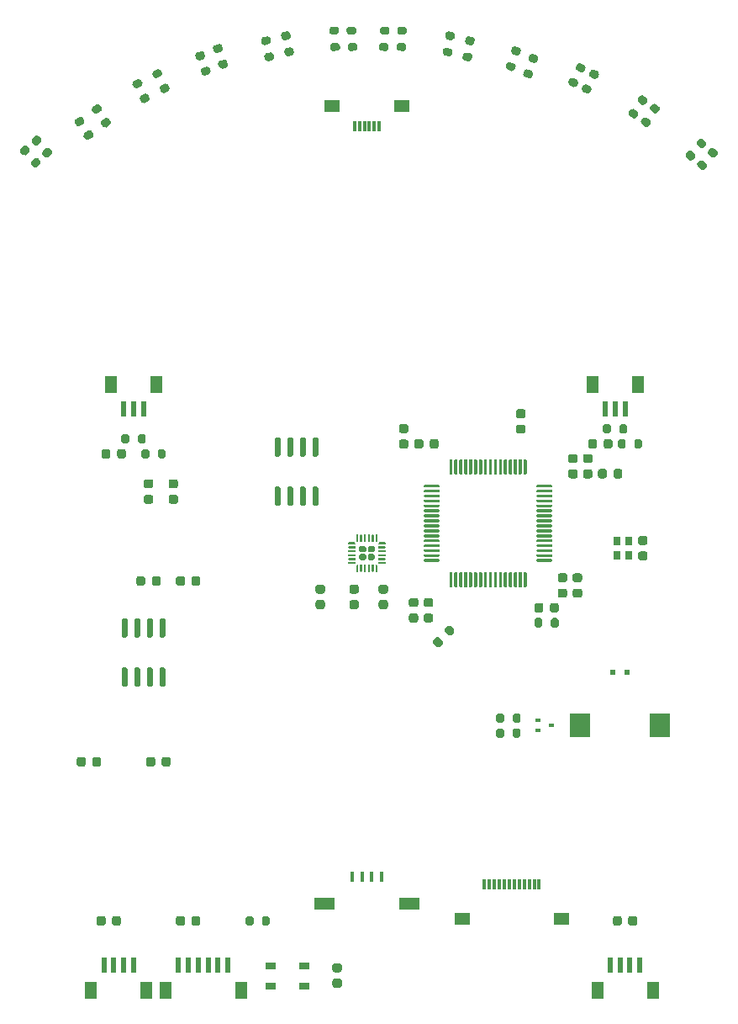
<source format=gbr>
%TF.GenerationSoftware,KiCad,Pcbnew,(5.1.10)-1*%
%TF.CreationDate,2022-02-04T19:35:20+09:00*%
%TF.ProjectId,Main,4d61696e-2e6b-4696-9361-645f70636258,rev?*%
%TF.SameCoordinates,Original*%
%TF.FileFunction,Paste,Top*%
%TF.FilePolarity,Positive*%
%FSLAX46Y46*%
G04 Gerber Fmt 4.6, Leading zero omitted, Abs format (unit mm)*
G04 Created by KiCad (PCBNEW (5.1.10)-1) date 2022-02-04 19:35:20*
%MOMM*%
%LPD*%
G01*
G04 APERTURE LIST*
%ADD10C,0.100000*%
%ADD11R,1.650000X1.300000*%
%ADD12R,0.300000X1.000000*%
%ADD13R,2.000000X2.400000*%
%ADD14R,0.530000X0.500000*%
%ADD15R,0.600000X1.550000*%
%ADD16R,1.200000X1.800000*%
%ADD17R,2.000000X1.300000*%
%ADD18R,0.400000X1.000000*%
%ADD19R,0.510000X0.400000*%
%ADD20R,1.050000X0.650000*%
%ADD21R,0.800000X0.900000*%
G04 APERTURE END LIST*
%TO.C,U2*%
G36*
G01*
X18650000Y-675000D02*
X18650000Y-825000D01*
G75*
G02*
X18575000Y-900000I-75000J0D01*
G01*
X17175000Y-900000D01*
G75*
G02*
X17100000Y-825000I0J75000D01*
G01*
X17100000Y-675000D01*
G75*
G02*
X17175000Y-600000I75000J0D01*
G01*
X18575000Y-600000D01*
G75*
G02*
X18650000Y-675000I0J-75000D01*
G01*
G37*
G36*
G01*
X18650000Y-175000D02*
X18650000Y-325000D01*
G75*
G02*
X18575000Y-400000I-75000J0D01*
G01*
X17175000Y-400000D01*
G75*
G02*
X17100000Y-325000I0J75000D01*
G01*
X17100000Y-175000D01*
G75*
G02*
X17175000Y-100000I75000J0D01*
G01*
X18575000Y-100000D01*
G75*
G02*
X18650000Y-175000I0J-75000D01*
G01*
G37*
G36*
G01*
X18650000Y325000D02*
X18650000Y175000D01*
G75*
G02*
X18575000Y100000I-75000J0D01*
G01*
X17175000Y100000D01*
G75*
G02*
X17100000Y175000I0J75000D01*
G01*
X17100000Y325000D01*
G75*
G02*
X17175000Y400000I75000J0D01*
G01*
X18575000Y400000D01*
G75*
G02*
X18650000Y325000I0J-75000D01*
G01*
G37*
G36*
G01*
X18650000Y825000D02*
X18650000Y675000D01*
G75*
G02*
X18575000Y600000I-75000J0D01*
G01*
X17175000Y600000D01*
G75*
G02*
X17100000Y675000I0J75000D01*
G01*
X17100000Y825000D01*
G75*
G02*
X17175000Y900000I75000J0D01*
G01*
X18575000Y900000D01*
G75*
G02*
X18650000Y825000I0J-75000D01*
G01*
G37*
G36*
G01*
X18650000Y1325000D02*
X18650000Y1175000D01*
G75*
G02*
X18575000Y1100000I-75000J0D01*
G01*
X17175000Y1100000D01*
G75*
G02*
X17100000Y1175000I0J75000D01*
G01*
X17100000Y1325000D01*
G75*
G02*
X17175000Y1400000I75000J0D01*
G01*
X18575000Y1400000D01*
G75*
G02*
X18650000Y1325000I0J-75000D01*
G01*
G37*
G36*
G01*
X18650000Y1825000D02*
X18650000Y1675000D01*
G75*
G02*
X18575000Y1600000I-75000J0D01*
G01*
X17175000Y1600000D01*
G75*
G02*
X17100000Y1675000I0J75000D01*
G01*
X17100000Y1825000D01*
G75*
G02*
X17175000Y1900000I75000J0D01*
G01*
X18575000Y1900000D01*
G75*
G02*
X18650000Y1825000I0J-75000D01*
G01*
G37*
G36*
G01*
X18650000Y2325000D02*
X18650000Y2175000D01*
G75*
G02*
X18575000Y2100000I-75000J0D01*
G01*
X17175000Y2100000D01*
G75*
G02*
X17100000Y2175000I0J75000D01*
G01*
X17100000Y2325000D01*
G75*
G02*
X17175000Y2400000I75000J0D01*
G01*
X18575000Y2400000D01*
G75*
G02*
X18650000Y2325000I0J-75000D01*
G01*
G37*
G36*
G01*
X18650000Y2825000D02*
X18650000Y2675000D01*
G75*
G02*
X18575000Y2600000I-75000J0D01*
G01*
X17175000Y2600000D01*
G75*
G02*
X17100000Y2675000I0J75000D01*
G01*
X17100000Y2825000D01*
G75*
G02*
X17175000Y2900000I75000J0D01*
G01*
X18575000Y2900000D01*
G75*
G02*
X18650000Y2825000I0J-75000D01*
G01*
G37*
G36*
G01*
X18650000Y3325000D02*
X18650000Y3175000D01*
G75*
G02*
X18575000Y3100000I-75000J0D01*
G01*
X17175000Y3100000D01*
G75*
G02*
X17100000Y3175000I0J75000D01*
G01*
X17100000Y3325000D01*
G75*
G02*
X17175000Y3400000I75000J0D01*
G01*
X18575000Y3400000D01*
G75*
G02*
X18650000Y3325000I0J-75000D01*
G01*
G37*
G36*
G01*
X18650000Y3825000D02*
X18650000Y3675000D01*
G75*
G02*
X18575000Y3600000I-75000J0D01*
G01*
X17175000Y3600000D01*
G75*
G02*
X17100000Y3675000I0J75000D01*
G01*
X17100000Y3825000D01*
G75*
G02*
X17175000Y3900000I75000J0D01*
G01*
X18575000Y3900000D01*
G75*
G02*
X18650000Y3825000I0J-75000D01*
G01*
G37*
G36*
G01*
X18650000Y4325000D02*
X18650000Y4175000D01*
G75*
G02*
X18575000Y4100000I-75000J0D01*
G01*
X17175000Y4100000D01*
G75*
G02*
X17100000Y4175000I0J75000D01*
G01*
X17100000Y4325000D01*
G75*
G02*
X17175000Y4400000I75000J0D01*
G01*
X18575000Y4400000D01*
G75*
G02*
X18650000Y4325000I0J-75000D01*
G01*
G37*
G36*
G01*
X18650000Y4825000D02*
X18650000Y4675000D01*
G75*
G02*
X18575000Y4600000I-75000J0D01*
G01*
X17175000Y4600000D01*
G75*
G02*
X17100000Y4675000I0J75000D01*
G01*
X17100000Y4825000D01*
G75*
G02*
X17175000Y4900000I75000J0D01*
G01*
X18575000Y4900000D01*
G75*
G02*
X18650000Y4825000I0J-75000D01*
G01*
G37*
G36*
G01*
X18650000Y5325000D02*
X18650000Y5175000D01*
G75*
G02*
X18575000Y5100000I-75000J0D01*
G01*
X17175000Y5100000D01*
G75*
G02*
X17100000Y5175000I0J75000D01*
G01*
X17100000Y5325000D01*
G75*
G02*
X17175000Y5400000I75000J0D01*
G01*
X18575000Y5400000D01*
G75*
G02*
X18650000Y5325000I0J-75000D01*
G01*
G37*
G36*
G01*
X18650000Y5825000D02*
X18650000Y5675000D01*
G75*
G02*
X18575000Y5600000I-75000J0D01*
G01*
X17175000Y5600000D01*
G75*
G02*
X17100000Y5675000I0J75000D01*
G01*
X17100000Y5825000D01*
G75*
G02*
X17175000Y5900000I75000J0D01*
G01*
X18575000Y5900000D01*
G75*
G02*
X18650000Y5825000I0J-75000D01*
G01*
G37*
G36*
G01*
X18650000Y6325000D02*
X18650000Y6175000D01*
G75*
G02*
X18575000Y6100000I-75000J0D01*
G01*
X17175000Y6100000D01*
G75*
G02*
X17100000Y6175000I0J75000D01*
G01*
X17100000Y6325000D01*
G75*
G02*
X17175000Y6400000I75000J0D01*
G01*
X18575000Y6400000D01*
G75*
G02*
X18650000Y6325000I0J-75000D01*
G01*
G37*
G36*
G01*
X18650000Y6825000D02*
X18650000Y6675000D01*
G75*
G02*
X18575000Y6600000I-75000J0D01*
G01*
X17175000Y6600000D01*
G75*
G02*
X17100000Y6675000I0J75000D01*
G01*
X17100000Y6825000D01*
G75*
G02*
X17175000Y6900000I75000J0D01*
G01*
X18575000Y6900000D01*
G75*
G02*
X18650000Y6825000I0J-75000D01*
G01*
G37*
G36*
G01*
X16100000Y9375000D02*
X16100000Y7975000D01*
G75*
G02*
X16025000Y7900000I-75000J0D01*
G01*
X15875000Y7900000D01*
G75*
G02*
X15800000Y7975000I0J75000D01*
G01*
X15800000Y9375000D01*
G75*
G02*
X15875000Y9450000I75000J0D01*
G01*
X16025000Y9450000D01*
G75*
G02*
X16100000Y9375000I0J-75000D01*
G01*
G37*
G36*
G01*
X15600000Y9375000D02*
X15600000Y7975000D01*
G75*
G02*
X15525000Y7900000I-75000J0D01*
G01*
X15375000Y7900000D01*
G75*
G02*
X15300000Y7975000I0J75000D01*
G01*
X15300000Y9375000D01*
G75*
G02*
X15375000Y9450000I75000J0D01*
G01*
X15525000Y9450000D01*
G75*
G02*
X15600000Y9375000I0J-75000D01*
G01*
G37*
G36*
G01*
X15100000Y9375000D02*
X15100000Y7975000D01*
G75*
G02*
X15025000Y7900000I-75000J0D01*
G01*
X14875000Y7900000D01*
G75*
G02*
X14800000Y7975000I0J75000D01*
G01*
X14800000Y9375000D01*
G75*
G02*
X14875000Y9450000I75000J0D01*
G01*
X15025000Y9450000D01*
G75*
G02*
X15100000Y9375000I0J-75000D01*
G01*
G37*
G36*
G01*
X14600000Y9375000D02*
X14600000Y7975000D01*
G75*
G02*
X14525000Y7900000I-75000J0D01*
G01*
X14375000Y7900000D01*
G75*
G02*
X14300000Y7975000I0J75000D01*
G01*
X14300000Y9375000D01*
G75*
G02*
X14375000Y9450000I75000J0D01*
G01*
X14525000Y9450000D01*
G75*
G02*
X14600000Y9375000I0J-75000D01*
G01*
G37*
G36*
G01*
X14100000Y9375000D02*
X14100000Y7975000D01*
G75*
G02*
X14025000Y7900000I-75000J0D01*
G01*
X13875000Y7900000D01*
G75*
G02*
X13800000Y7975000I0J75000D01*
G01*
X13800000Y9375000D01*
G75*
G02*
X13875000Y9450000I75000J0D01*
G01*
X14025000Y9450000D01*
G75*
G02*
X14100000Y9375000I0J-75000D01*
G01*
G37*
G36*
G01*
X13600000Y9375000D02*
X13600000Y7975000D01*
G75*
G02*
X13525000Y7900000I-75000J0D01*
G01*
X13375000Y7900000D01*
G75*
G02*
X13300000Y7975000I0J75000D01*
G01*
X13300000Y9375000D01*
G75*
G02*
X13375000Y9450000I75000J0D01*
G01*
X13525000Y9450000D01*
G75*
G02*
X13600000Y9375000I0J-75000D01*
G01*
G37*
G36*
G01*
X13100000Y9375000D02*
X13100000Y7975000D01*
G75*
G02*
X13025000Y7900000I-75000J0D01*
G01*
X12875000Y7900000D01*
G75*
G02*
X12800000Y7975000I0J75000D01*
G01*
X12800000Y9375000D01*
G75*
G02*
X12875000Y9450000I75000J0D01*
G01*
X13025000Y9450000D01*
G75*
G02*
X13100000Y9375000I0J-75000D01*
G01*
G37*
G36*
G01*
X12600000Y9375000D02*
X12600000Y7975000D01*
G75*
G02*
X12525000Y7900000I-75000J0D01*
G01*
X12375000Y7900000D01*
G75*
G02*
X12300000Y7975000I0J75000D01*
G01*
X12300000Y9375000D01*
G75*
G02*
X12375000Y9450000I75000J0D01*
G01*
X12525000Y9450000D01*
G75*
G02*
X12600000Y9375000I0J-75000D01*
G01*
G37*
G36*
G01*
X12100000Y9375000D02*
X12100000Y7975000D01*
G75*
G02*
X12025000Y7900000I-75000J0D01*
G01*
X11875000Y7900000D01*
G75*
G02*
X11800000Y7975000I0J75000D01*
G01*
X11800000Y9375000D01*
G75*
G02*
X11875000Y9450000I75000J0D01*
G01*
X12025000Y9450000D01*
G75*
G02*
X12100000Y9375000I0J-75000D01*
G01*
G37*
G36*
G01*
X11600000Y9375000D02*
X11600000Y7975000D01*
G75*
G02*
X11525000Y7900000I-75000J0D01*
G01*
X11375000Y7900000D01*
G75*
G02*
X11300000Y7975000I0J75000D01*
G01*
X11300000Y9375000D01*
G75*
G02*
X11375000Y9450000I75000J0D01*
G01*
X11525000Y9450000D01*
G75*
G02*
X11600000Y9375000I0J-75000D01*
G01*
G37*
G36*
G01*
X11100000Y9375000D02*
X11100000Y7975000D01*
G75*
G02*
X11025000Y7900000I-75000J0D01*
G01*
X10875000Y7900000D01*
G75*
G02*
X10800000Y7975000I0J75000D01*
G01*
X10800000Y9375000D01*
G75*
G02*
X10875000Y9450000I75000J0D01*
G01*
X11025000Y9450000D01*
G75*
G02*
X11100000Y9375000I0J-75000D01*
G01*
G37*
G36*
G01*
X10600000Y9375000D02*
X10600000Y7975000D01*
G75*
G02*
X10525000Y7900000I-75000J0D01*
G01*
X10375000Y7900000D01*
G75*
G02*
X10300000Y7975000I0J75000D01*
G01*
X10300000Y9375000D01*
G75*
G02*
X10375000Y9450000I75000J0D01*
G01*
X10525000Y9450000D01*
G75*
G02*
X10600000Y9375000I0J-75000D01*
G01*
G37*
G36*
G01*
X10100000Y9375000D02*
X10100000Y7975000D01*
G75*
G02*
X10025000Y7900000I-75000J0D01*
G01*
X9875000Y7900000D01*
G75*
G02*
X9800000Y7975000I0J75000D01*
G01*
X9800000Y9375000D01*
G75*
G02*
X9875000Y9450000I75000J0D01*
G01*
X10025000Y9450000D01*
G75*
G02*
X10100000Y9375000I0J-75000D01*
G01*
G37*
G36*
G01*
X9600000Y9375000D02*
X9600000Y7975000D01*
G75*
G02*
X9525000Y7900000I-75000J0D01*
G01*
X9375000Y7900000D01*
G75*
G02*
X9300000Y7975000I0J75000D01*
G01*
X9300000Y9375000D01*
G75*
G02*
X9375000Y9450000I75000J0D01*
G01*
X9525000Y9450000D01*
G75*
G02*
X9600000Y9375000I0J-75000D01*
G01*
G37*
G36*
G01*
X9100000Y9375000D02*
X9100000Y7975000D01*
G75*
G02*
X9025000Y7900000I-75000J0D01*
G01*
X8875000Y7900000D01*
G75*
G02*
X8800000Y7975000I0J75000D01*
G01*
X8800000Y9375000D01*
G75*
G02*
X8875000Y9450000I75000J0D01*
G01*
X9025000Y9450000D01*
G75*
G02*
X9100000Y9375000I0J-75000D01*
G01*
G37*
G36*
G01*
X8600000Y9375000D02*
X8600000Y7975000D01*
G75*
G02*
X8525000Y7900000I-75000J0D01*
G01*
X8375000Y7900000D01*
G75*
G02*
X8300000Y7975000I0J75000D01*
G01*
X8300000Y9375000D01*
G75*
G02*
X8375000Y9450000I75000J0D01*
G01*
X8525000Y9450000D01*
G75*
G02*
X8600000Y9375000I0J-75000D01*
G01*
G37*
G36*
G01*
X7300000Y6825000D02*
X7300000Y6675000D01*
G75*
G02*
X7225000Y6600000I-75000J0D01*
G01*
X5825000Y6600000D01*
G75*
G02*
X5750000Y6675000I0J75000D01*
G01*
X5750000Y6825000D01*
G75*
G02*
X5825000Y6900000I75000J0D01*
G01*
X7225000Y6900000D01*
G75*
G02*
X7300000Y6825000I0J-75000D01*
G01*
G37*
G36*
G01*
X7300000Y6325000D02*
X7300000Y6175000D01*
G75*
G02*
X7225000Y6100000I-75000J0D01*
G01*
X5825000Y6100000D01*
G75*
G02*
X5750000Y6175000I0J75000D01*
G01*
X5750000Y6325000D01*
G75*
G02*
X5825000Y6400000I75000J0D01*
G01*
X7225000Y6400000D01*
G75*
G02*
X7300000Y6325000I0J-75000D01*
G01*
G37*
G36*
G01*
X7300000Y5825000D02*
X7300000Y5675000D01*
G75*
G02*
X7225000Y5600000I-75000J0D01*
G01*
X5825000Y5600000D01*
G75*
G02*
X5750000Y5675000I0J75000D01*
G01*
X5750000Y5825000D01*
G75*
G02*
X5825000Y5900000I75000J0D01*
G01*
X7225000Y5900000D01*
G75*
G02*
X7300000Y5825000I0J-75000D01*
G01*
G37*
G36*
G01*
X7300000Y5325000D02*
X7300000Y5175000D01*
G75*
G02*
X7225000Y5100000I-75000J0D01*
G01*
X5825000Y5100000D01*
G75*
G02*
X5750000Y5175000I0J75000D01*
G01*
X5750000Y5325000D01*
G75*
G02*
X5825000Y5400000I75000J0D01*
G01*
X7225000Y5400000D01*
G75*
G02*
X7300000Y5325000I0J-75000D01*
G01*
G37*
G36*
G01*
X7300000Y4825000D02*
X7300000Y4675000D01*
G75*
G02*
X7225000Y4600000I-75000J0D01*
G01*
X5825000Y4600000D01*
G75*
G02*
X5750000Y4675000I0J75000D01*
G01*
X5750000Y4825000D01*
G75*
G02*
X5825000Y4900000I75000J0D01*
G01*
X7225000Y4900000D01*
G75*
G02*
X7300000Y4825000I0J-75000D01*
G01*
G37*
G36*
G01*
X7300000Y4325000D02*
X7300000Y4175000D01*
G75*
G02*
X7225000Y4100000I-75000J0D01*
G01*
X5825000Y4100000D01*
G75*
G02*
X5750000Y4175000I0J75000D01*
G01*
X5750000Y4325000D01*
G75*
G02*
X5825000Y4400000I75000J0D01*
G01*
X7225000Y4400000D01*
G75*
G02*
X7300000Y4325000I0J-75000D01*
G01*
G37*
G36*
G01*
X7300000Y3825000D02*
X7300000Y3675000D01*
G75*
G02*
X7225000Y3600000I-75000J0D01*
G01*
X5825000Y3600000D01*
G75*
G02*
X5750000Y3675000I0J75000D01*
G01*
X5750000Y3825000D01*
G75*
G02*
X5825000Y3900000I75000J0D01*
G01*
X7225000Y3900000D01*
G75*
G02*
X7300000Y3825000I0J-75000D01*
G01*
G37*
G36*
G01*
X7300000Y3325000D02*
X7300000Y3175000D01*
G75*
G02*
X7225000Y3100000I-75000J0D01*
G01*
X5825000Y3100000D01*
G75*
G02*
X5750000Y3175000I0J75000D01*
G01*
X5750000Y3325000D01*
G75*
G02*
X5825000Y3400000I75000J0D01*
G01*
X7225000Y3400000D01*
G75*
G02*
X7300000Y3325000I0J-75000D01*
G01*
G37*
G36*
G01*
X7300000Y2825000D02*
X7300000Y2675000D01*
G75*
G02*
X7225000Y2600000I-75000J0D01*
G01*
X5825000Y2600000D01*
G75*
G02*
X5750000Y2675000I0J75000D01*
G01*
X5750000Y2825000D01*
G75*
G02*
X5825000Y2900000I75000J0D01*
G01*
X7225000Y2900000D01*
G75*
G02*
X7300000Y2825000I0J-75000D01*
G01*
G37*
G36*
G01*
X7300000Y2325000D02*
X7300000Y2175000D01*
G75*
G02*
X7225000Y2100000I-75000J0D01*
G01*
X5825000Y2100000D01*
G75*
G02*
X5750000Y2175000I0J75000D01*
G01*
X5750000Y2325000D01*
G75*
G02*
X5825000Y2400000I75000J0D01*
G01*
X7225000Y2400000D01*
G75*
G02*
X7300000Y2325000I0J-75000D01*
G01*
G37*
G36*
G01*
X7300000Y1825000D02*
X7300000Y1675000D01*
G75*
G02*
X7225000Y1600000I-75000J0D01*
G01*
X5825000Y1600000D01*
G75*
G02*
X5750000Y1675000I0J75000D01*
G01*
X5750000Y1825000D01*
G75*
G02*
X5825000Y1900000I75000J0D01*
G01*
X7225000Y1900000D01*
G75*
G02*
X7300000Y1825000I0J-75000D01*
G01*
G37*
G36*
G01*
X7300000Y1325000D02*
X7300000Y1175000D01*
G75*
G02*
X7225000Y1100000I-75000J0D01*
G01*
X5825000Y1100000D01*
G75*
G02*
X5750000Y1175000I0J75000D01*
G01*
X5750000Y1325000D01*
G75*
G02*
X5825000Y1400000I75000J0D01*
G01*
X7225000Y1400000D01*
G75*
G02*
X7300000Y1325000I0J-75000D01*
G01*
G37*
G36*
G01*
X7300000Y825000D02*
X7300000Y675000D01*
G75*
G02*
X7225000Y600000I-75000J0D01*
G01*
X5825000Y600000D01*
G75*
G02*
X5750000Y675000I0J75000D01*
G01*
X5750000Y825000D01*
G75*
G02*
X5825000Y900000I75000J0D01*
G01*
X7225000Y900000D01*
G75*
G02*
X7300000Y825000I0J-75000D01*
G01*
G37*
G36*
G01*
X7300000Y325000D02*
X7300000Y175000D01*
G75*
G02*
X7225000Y100000I-75000J0D01*
G01*
X5825000Y100000D01*
G75*
G02*
X5750000Y175000I0J75000D01*
G01*
X5750000Y325000D01*
G75*
G02*
X5825000Y400000I75000J0D01*
G01*
X7225000Y400000D01*
G75*
G02*
X7300000Y325000I0J-75000D01*
G01*
G37*
G36*
G01*
X7300000Y-175000D02*
X7300000Y-325000D01*
G75*
G02*
X7225000Y-400000I-75000J0D01*
G01*
X5825000Y-400000D01*
G75*
G02*
X5750000Y-325000I0J75000D01*
G01*
X5750000Y-175000D01*
G75*
G02*
X5825000Y-100000I75000J0D01*
G01*
X7225000Y-100000D01*
G75*
G02*
X7300000Y-175000I0J-75000D01*
G01*
G37*
G36*
G01*
X7300000Y-675000D02*
X7300000Y-825000D01*
G75*
G02*
X7225000Y-900000I-75000J0D01*
G01*
X5825000Y-900000D01*
G75*
G02*
X5750000Y-825000I0J75000D01*
G01*
X5750000Y-675000D01*
G75*
G02*
X5825000Y-600000I75000J0D01*
G01*
X7225000Y-600000D01*
G75*
G02*
X7300000Y-675000I0J-75000D01*
G01*
G37*
G36*
G01*
X8600000Y-1975000D02*
X8600000Y-3375000D01*
G75*
G02*
X8525000Y-3450000I-75000J0D01*
G01*
X8375000Y-3450000D01*
G75*
G02*
X8300000Y-3375000I0J75000D01*
G01*
X8300000Y-1975000D01*
G75*
G02*
X8375000Y-1900000I75000J0D01*
G01*
X8525000Y-1900000D01*
G75*
G02*
X8600000Y-1975000I0J-75000D01*
G01*
G37*
G36*
G01*
X9100000Y-1975000D02*
X9100000Y-3375000D01*
G75*
G02*
X9025000Y-3450000I-75000J0D01*
G01*
X8875000Y-3450000D01*
G75*
G02*
X8800000Y-3375000I0J75000D01*
G01*
X8800000Y-1975000D01*
G75*
G02*
X8875000Y-1900000I75000J0D01*
G01*
X9025000Y-1900000D01*
G75*
G02*
X9100000Y-1975000I0J-75000D01*
G01*
G37*
G36*
G01*
X9600000Y-1975000D02*
X9600000Y-3375000D01*
G75*
G02*
X9525000Y-3450000I-75000J0D01*
G01*
X9375000Y-3450000D01*
G75*
G02*
X9300000Y-3375000I0J75000D01*
G01*
X9300000Y-1975000D01*
G75*
G02*
X9375000Y-1900000I75000J0D01*
G01*
X9525000Y-1900000D01*
G75*
G02*
X9600000Y-1975000I0J-75000D01*
G01*
G37*
G36*
G01*
X10100000Y-1975000D02*
X10100000Y-3375000D01*
G75*
G02*
X10025000Y-3450000I-75000J0D01*
G01*
X9875000Y-3450000D01*
G75*
G02*
X9800000Y-3375000I0J75000D01*
G01*
X9800000Y-1975000D01*
G75*
G02*
X9875000Y-1900000I75000J0D01*
G01*
X10025000Y-1900000D01*
G75*
G02*
X10100000Y-1975000I0J-75000D01*
G01*
G37*
G36*
G01*
X10600000Y-1975000D02*
X10600000Y-3375000D01*
G75*
G02*
X10525000Y-3450000I-75000J0D01*
G01*
X10375000Y-3450000D01*
G75*
G02*
X10300000Y-3375000I0J75000D01*
G01*
X10300000Y-1975000D01*
G75*
G02*
X10375000Y-1900000I75000J0D01*
G01*
X10525000Y-1900000D01*
G75*
G02*
X10600000Y-1975000I0J-75000D01*
G01*
G37*
G36*
G01*
X11100000Y-1975000D02*
X11100000Y-3375000D01*
G75*
G02*
X11025000Y-3450000I-75000J0D01*
G01*
X10875000Y-3450000D01*
G75*
G02*
X10800000Y-3375000I0J75000D01*
G01*
X10800000Y-1975000D01*
G75*
G02*
X10875000Y-1900000I75000J0D01*
G01*
X11025000Y-1900000D01*
G75*
G02*
X11100000Y-1975000I0J-75000D01*
G01*
G37*
G36*
G01*
X11600000Y-1975000D02*
X11600000Y-3375000D01*
G75*
G02*
X11525000Y-3450000I-75000J0D01*
G01*
X11375000Y-3450000D01*
G75*
G02*
X11300000Y-3375000I0J75000D01*
G01*
X11300000Y-1975000D01*
G75*
G02*
X11375000Y-1900000I75000J0D01*
G01*
X11525000Y-1900000D01*
G75*
G02*
X11600000Y-1975000I0J-75000D01*
G01*
G37*
G36*
G01*
X12100000Y-1975000D02*
X12100000Y-3375000D01*
G75*
G02*
X12025000Y-3450000I-75000J0D01*
G01*
X11875000Y-3450000D01*
G75*
G02*
X11800000Y-3375000I0J75000D01*
G01*
X11800000Y-1975000D01*
G75*
G02*
X11875000Y-1900000I75000J0D01*
G01*
X12025000Y-1900000D01*
G75*
G02*
X12100000Y-1975000I0J-75000D01*
G01*
G37*
G36*
G01*
X12600000Y-1975000D02*
X12600000Y-3375000D01*
G75*
G02*
X12525000Y-3450000I-75000J0D01*
G01*
X12375000Y-3450000D01*
G75*
G02*
X12300000Y-3375000I0J75000D01*
G01*
X12300000Y-1975000D01*
G75*
G02*
X12375000Y-1900000I75000J0D01*
G01*
X12525000Y-1900000D01*
G75*
G02*
X12600000Y-1975000I0J-75000D01*
G01*
G37*
G36*
G01*
X13100000Y-1975000D02*
X13100000Y-3375000D01*
G75*
G02*
X13025000Y-3450000I-75000J0D01*
G01*
X12875000Y-3450000D01*
G75*
G02*
X12800000Y-3375000I0J75000D01*
G01*
X12800000Y-1975000D01*
G75*
G02*
X12875000Y-1900000I75000J0D01*
G01*
X13025000Y-1900000D01*
G75*
G02*
X13100000Y-1975000I0J-75000D01*
G01*
G37*
G36*
G01*
X13600000Y-1975000D02*
X13600000Y-3375000D01*
G75*
G02*
X13525000Y-3450000I-75000J0D01*
G01*
X13375000Y-3450000D01*
G75*
G02*
X13300000Y-3375000I0J75000D01*
G01*
X13300000Y-1975000D01*
G75*
G02*
X13375000Y-1900000I75000J0D01*
G01*
X13525000Y-1900000D01*
G75*
G02*
X13600000Y-1975000I0J-75000D01*
G01*
G37*
G36*
G01*
X14100000Y-1975000D02*
X14100000Y-3375000D01*
G75*
G02*
X14025000Y-3450000I-75000J0D01*
G01*
X13875000Y-3450000D01*
G75*
G02*
X13800000Y-3375000I0J75000D01*
G01*
X13800000Y-1975000D01*
G75*
G02*
X13875000Y-1900000I75000J0D01*
G01*
X14025000Y-1900000D01*
G75*
G02*
X14100000Y-1975000I0J-75000D01*
G01*
G37*
G36*
G01*
X14600000Y-1975000D02*
X14600000Y-3375000D01*
G75*
G02*
X14525000Y-3450000I-75000J0D01*
G01*
X14375000Y-3450000D01*
G75*
G02*
X14300000Y-3375000I0J75000D01*
G01*
X14300000Y-1975000D01*
G75*
G02*
X14375000Y-1900000I75000J0D01*
G01*
X14525000Y-1900000D01*
G75*
G02*
X14600000Y-1975000I0J-75000D01*
G01*
G37*
G36*
G01*
X15100000Y-1975000D02*
X15100000Y-3375000D01*
G75*
G02*
X15025000Y-3450000I-75000J0D01*
G01*
X14875000Y-3450000D01*
G75*
G02*
X14800000Y-3375000I0J75000D01*
G01*
X14800000Y-1975000D01*
G75*
G02*
X14875000Y-1900000I75000J0D01*
G01*
X15025000Y-1900000D01*
G75*
G02*
X15100000Y-1975000I0J-75000D01*
G01*
G37*
G36*
G01*
X15600000Y-1975000D02*
X15600000Y-3375000D01*
G75*
G02*
X15525000Y-3450000I-75000J0D01*
G01*
X15375000Y-3450000D01*
G75*
G02*
X15300000Y-3375000I0J75000D01*
G01*
X15300000Y-1975000D01*
G75*
G02*
X15375000Y-1900000I75000J0D01*
G01*
X15525000Y-1900000D01*
G75*
G02*
X15600000Y-1975000I0J-75000D01*
G01*
G37*
G36*
G01*
X16100000Y-1975000D02*
X16100000Y-3375000D01*
G75*
G02*
X16025000Y-3450000I-75000J0D01*
G01*
X15875000Y-3450000D01*
G75*
G02*
X15800000Y-3375000I0J75000D01*
G01*
X15800000Y-1975000D01*
G75*
G02*
X15875000Y-1900000I75000J0D01*
G01*
X16025000Y-1900000D01*
G75*
G02*
X16100000Y-1975000I0J-75000D01*
G01*
G37*
%TD*%
%TO.C,R16*%
G36*
G01*
X8584798Y51629684D02*
X8040840Y51710979D01*
G75*
G02*
X7872599Y51938344I29562J197803D01*
G01*
X7931723Y52333951D01*
G75*
G02*
X8159088Y52502192I197803J-29562D01*
G01*
X8703046Y52420897D01*
G75*
G02*
X8871287Y52193532I-29562J-197803D01*
G01*
X8812163Y51797925D01*
G75*
G02*
X8584798Y51629684I-197803J29562D01*
G01*
G37*
G36*
G01*
X8340912Y49997808D02*
X7796954Y50079103D01*
G75*
G02*
X7628713Y50306468I29562J197803D01*
G01*
X7687837Y50702075D01*
G75*
G02*
X7915202Y50870316I197803J-29562D01*
G01*
X8459160Y50789021D01*
G75*
G02*
X8627401Y50561656I-29562J-197803D01*
G01*
X8568277Y50166049D01*
G75*
G02*
X8340912Y49997808I-197803J29562D01*
G01*
G37*
%TD*%
%TO.C,U3*%
G36*
G01*
X85000Y-560000D02*
X85000Y-240000D01*
G75*
G02*
X245000Y-80000I160000J0D01*
G01*
X635000Y-80000D01*
G75*
G02*
X795000Y-240000I0J-160000D01*
G01*
X795000Y-560000D01*
G75*
G02*
X635000Y-720000I-160000J0D01*
G01*
X245000Y-720000D01*
G75*
G02*
X85000Y-560000I0J160000D01*
G01*
G37*
G36*
G01*
X85000Y240000D02*
X85000Y560000D01*
G75*
G02*
X245000Y720000I160000J0D01*
G01*
X635000Y720000D01*
G75*
G02*
X795000Y560000I0J-160000D01*
G01*
X795000Y240000D01*
G75*
G02*
X635000Y80000I-160000J0D01*
G01*
X245000Y80000D01*
G75*
G02*
X85000Y240000I0J160000D01*
G01*
G37*
G36*
G01*
X-795000Y-560000D02*
X-795000Y-240000D01*
G75*
G02*
X-635000Y-80000I160000J0D01*
G01*
X-245000Y-80000D01*
G75*
G02*
X-85000Y-240000I0J-160000D01*
G01*
X-85000Y-560000D01*
G75*
G02*
X-245000Y-720000I-160000J0D01*
G01*
X-635000Y-720000D01*
G75*
G02*
X-795000Y-560000I0J160000D01*
G01*
G37*
G36*
G01*
X-795000Y240000D02*
X-795000Y560000D01*
G75*
G02*
X-635000Y720000I160000J0D01*
G01*
X-245000Y720000D01*
G75*
G02*
X-85000Y560000I0J-160000D01*
G01*
X-85000Y240000D01*
G75*
G02*
X-245000Y80000I-160000J0D01*
G01*
X-635000Y80000D01*
G75*
G02*
X-795000Y240000I0J160000D01*
G01*
G37*
D10*
G36*
X-932196Y1874231D02*
G01*
X-924693Y1871955D01*
X-917777Y1868259D01*
X-911716Y1863284D01*
X-906741Y1857223D01*
X-903045Y1850307D01*
X-900769Y1842804D01*
X-900000Y1835000D01*
X-900000Y1165000D01*
X-900769Y1157196D01*
X-903045Y1149693D01*
X-906741Y1142777D01*
X-911716Y1136716D01*
X-917777Y1131741D01*
X-924693Y1128045D01*
X-932196Y1125769D01*
X-940000Y1125000D01*
X-963431Y1125000D01*
X-971235Y1125769D01*
X-978738Y1128045D01*
X-985654Y1131741D01*
X-991715Y1136716D01*
X-1088284Y1233285D01*
X-1093259Y1239346D01*
X-1096955Y1246262D01*
X-1099231Y1253765D01*
X-1100000Y1261569D01*
X-1100000Y1835000D01*
X-1099231Y1842804D01*
X-1096955Y1850307D01*
X-1093259Y1857223D01*
X-1088284Y1863284D01*
X-1082223Y1868259D01*
X-1075307Y1871955D01*
X-1067804Y1874231D01*
X-1060000Y1875000D01*
X-940000Y1875000D01*
X-932196Y1874231D01*
G37*
G36*
G01*
X-700000Y1175000D02*
X-700000Y1825000D01*
G75*
G02*
X-650000Y1875000I50000J0D01*
G01*
X-550000Y1875000D01*
G75*
G02*
X-500000Y1825000I0J-50000D01*
G01*
X-500000Y1175000D01*
G75*
G02*
X-550000Y1125000I-50000J0D01*
G01*
X-650000Y1125000D01*
G75*
G02*
X-700000Y1175000I0J50000D01*
G01*
G37*
G36*
G01*
X-300000Y1175000D02*
X-300000Y1825000D01*
G75*
G02*
X-250000Y1875000I50000J0D01*
G01*
X-150000Y1875000D01*
G75*
G02*
X-100000Y1825000I0J-50000D01*
G01*
X-100000Y1175000D01*
G75*
G02*
X-150000Y1125000I-50000J0D01*
G01*
X-250000Y1125000D01*
G75*
G02*
X-300000Y1175000I0J50000D01*
G01*
G37*
G36*
G01*
X100000Y1175000D02*
X100000Y1825000D01*
G75*
G02*
X150000Y1875000I50000J0D01*
G01*
X250000Y1875000D01*
G75*
G02*
X300000Y1825000I0J-50000D01*
G01*
X300000Y1175000D01*
G75*
G02*
X250000Y1125000I-50000J0D01*
G01*
X150000Y1125000D01*
G75*
G02*
X100000Y1175000I0J50000D01*
G01*
G37*
G36*
G01*
X500000Y1175000D02*
X500000Y1825000D01*
G75*
G02*
X550000Y1875000I50000J0D01*
G01*
X650000Y1875000D01*
G75*
G02*
X700000Y1825000I0J-50000D01*
G01*
X700000Y1175000D01*
G75*
G02*
X650000Y1125000I-50000J0D01*
G01*
X550000Y1125000D01*
G75*
G02*
X500000Y1175000I0J50000D01*
G01*
G37*
G36*
X1067804Y1874231D02*
G01*
X1075307Y1871955D01*
X1082223Y1868259D01*
X1088284Y1863284D01*
X1093259Y1857223D01*
X1096955Y1850307D01*
X1099231Y1842804D01*
X1100000Y1835000D01*
X1100000Y1261569D01*
X1099231Y1253765D01*
X1096955Y1246262D01*
X1093259Y1239346D01*
X1088284Y1233285D01*
X991715Y1136716D01*
X985654Y1131741D01*
X978738Y1128045D01*
X971235Y1125769D01*
X963431Y1125000D01*
X940000Y1125000D01*
X932196Y1125769D01*
X924693Y1128045D01*
X917777Y1131741D01*
X911716Y1136716D01*
X906741Y1142777D01*
X903045Y1149693D01*
X900769Y1157196D01*
X900000Y1165000D01*
X900000Y1835000D01*
X900769Y1842804D01*
X903045Y1850307D01*
X906741Y1857223D01*
X911716Y1863284D01*
X917777Y1868259D01*
X924693Y1871955D01*
X932196Y1874231D01*
X940000Y1875000D01*
X1060000Y1875000D01*
X1067804Y1874231D01*
G37*
G36*
X1842804Y1099231D02*
G01*
X1850307Y1096955D01*
X1857223Y1093259D01*
X1863284Y1088284D01*
X1868259Y1082223D01*
X1871955Y1075307D01*
X1874231Y1067804D01*
X1875000Y1060000D01*
X1875000Y940000D01*
X1874231Y932196D01*
X1871955Y924693D01*
X1868259Y917777D01*
X1863284Y911716D01*
X1857223Y906741D01*
X1850307Y903045D01*
X1842804Y900769D01*
X1835000Y900000D01*
X1165000Y900000D01*
X1157196Y900769D01*
X1149693Y903045D01*
X1142777Y906741D01*
X1136716Y911716D01*
X1131741Y917777D01*
X1128045Y924693D01*
X1125769Y932196D01*
X1125000Y940000D01*
X1125000Y963431D01*
X1125769Y971235D01*
X1128045Y978738D01*
X1131741Y985654D01*
X1136716Y991715D01*
X1233285Y1088284D01*
X1239346Y1093259D01*
X1246262Y1096955D01*
X1253765Y1099231D01*
X1261569Y1100000D01*
X1835000Y1100000D01*
X1842804Y1099231D01*
G37*
G36*
G01*
X1125000Y550000D02*
X1125000Y650000D01*
G75*
G02*
X1175000Y700000I50000J0D01*
G01*
X1825000Y700000D01*
G75*
G02*
X1875000Y650000I0J-50000D01*
G01*
X1875000Y550000D01*
G75*
G02*
X1825000Y500000I-50000J0D01*
G01*
X1175000Y500000D01*
G75*
G02*
X1125000Y550000I0J50000D01*
G01*
G37*
G36*
G01*
X1125000Y150000D02*
X1125000Y250000D01*
G75*
G02*
X1175000Y300000I50000J0D01*
G01*
X1825000Y300000D01*
G75*
G02*
X1875000Y250000I0J-50000D01*
G01*
X1875000Y150000D01*
G75*
G02*
X1825000Y100000I-50000J0D01*
G01*
X1175000Y100000D01*
G75*
G02*
X1125000Y150000I0J50000D01*
G01*
G37*
G36*
G01*
X1125000Y-250000D02*
X1125000Y-150000D01*
G75*
G02*
X1175000Y-100000I50000J0D01*
G01*
X1825000Y-100000D01*
G75*
G02*
X1875000Y-150000I0J-50000D01*
G01*
X1875000Y-250000D01*
G75*
G02*
X1825000Y-300000I-50000J0D01*
G01*
X1175000Y-300000D01*
G75*
G02*
X1125000Y-250000I0J50000D01*
G01*
G37*
G36*
G01*
X1125000Y-650000D02*
X1125000Y-550000D01*
G75*
G02*
X1175000Y-500000I50000J0D01*
G01*
X1825000Y-500000D01*
G75*
G02*
X1875000Y-550000I0J-50000D01*
G01*
X1875000Y-650000D01*
G75*
G02*
X1825000Y-700000I-50000J0D01*
G01*
X1175000Y-700000D01*
G75*
G02*
X1125000Y-650000I0J50000D01*
G01*
G37*
G36*
X1842804Y-900769D02*
G01*
X1850307Y-903045D01*
X1857223Y-906741D01*
X1863284Y-911716D01*
X1868259Y-917777D01*
X1871955Y-924693D01*
X1874231Y-932196D01*
X1875000Y-940000D01*
X1875000Y-1060000D01*
X1874231Y-1067804D01*
X1871955Y-1075307D01*
X1868259Y-1082223D01*
X1863284Y-1088284D01*
X1857223Y-1093259D01*
X1850307Y-1096955D01*
X1842804Y-1099231D01*
X1835000Y-1100000D01*
X1261569Y-1100000D01*
X1253765Y-1099231D01*
X1246262Y-1096955D01*
X1239346Y-1093259D01*
X1233285Y-1088284D01*
X1136716Y-991715D01*
X1131741Y-985654D01*
X1128045Y-978738D01*
X1125769Y-971235D01*
X1125000Y-963431D01*
X1125000Y-940000D01*
X1125769Y-932196D01*
X1128045Y-924693D01*
X1131741Y-917777D01*
X1136716Y-911716D01*
X1142777Y-906741D01*
X1149693Y-903045D01*
X1157196Y-900769D01*
X1165000Y-900000D01*
X1835000Y-900000D01*
X1842804Y-900769D01*
G37*
G36*
X971235Y-1125769D02*
G01*
X978738Y-1128045D01*
X985654Y-1131741D01*
X991715Y-1136716D01*
X1088284Y-1233285D01*
X1093259Y-1239346D01*
X1096955Y-1246262D01*
X1099231Y-1253765D01*
X1100000Y-1261569D01*
X1100000Y-1835000D01*
X1099231Y-1842804D01*
X1096955Y-1850307D01*
X1093259Y-1857223D01*
X1088284Y-1863284D01*
X1082223Y-1868259D01*
X1075307Y-1871955D01*
X1067804Y-1874231D01*
X1060000Y-1875000D01*
X940000Y-1875000D01*
X932196Y-1874231D01*
X924693Y-1871955D01*
X917777Y-1868259D01*
X911716Y-1863284D01*
X906741Y-1857223D01*
X903045Y-1850307D01*
X900769Y-1842804D01*
X900000Y-1835000D01*
X900000Y-1165000D01*
X900769Y-1157196D01*
X903045Y-1149693D01*
X906741Y-1142777D01*
X911716Y-1136716D01*
X917777Y-1131741D01*
X924693Y-1128045D01*
X932196Y-1125769D01*
X940000Y-1125000D01*
X963431Y-1125000D01*
X971235Y-1125769D01*
G37*
G36*
G01*
X500000Y-1825000D02*
X500000Y-1175000D01*
G75*
G02*
X550000Y-1125000I50000J0D01*
G01*
X650000Y-1125000D01*
G75*
G02*
X700000Y-1175000I0J-50000D01*
G01*
X700000Y-1825000D01*
G75*
G02*
X650000Y-1875000I-50000J0D01*
G01*
X550000Y-1875000D01*
G75*
G02*
X500000Y-1825000I0J50000D01*
G01*
G37*
G36*
G01*
X100000Y-1825000D02*
X100000Y-1175000D01*
G75*
G02*
X150000Y-1125000I50000J0D01*
G01*
X250000Y-1125000D01*
G75*
G02*
X300000Y-1175000I0J-50000D01*
G01*
X300000Y-1825000D01*
G75*
G02*
X250000Y-1875000I-50000J0D01*
G01*
X150000Y-1875000D01*
G75*
G02*
X100000Y-1825000I0J50000D01*
G01*
G37*
G36*
G01*
X-300000Y-1825000D02*
X-300000Y-1175000D01*
G75*
G02*
X-250000Y-1125000I50000J0D01*
G01*
X-150000Y-1125000D01*
G75*
G02*
X-100000Y-1175000I0J-50000D01*
G01*
X-100000Y-1825000D01*
G75*
G02*
X-150000Y-1875000I-50000J0D01*
G01*
X-250000Y-1875000D01*
G75*
G02*
X-300000Y-1825000I0J50000D01*
G01*
G37*
G36*
G01*
X-700000Y-1825000D02*
X-700000Y-1175000D01*
G75*
G02*
X-650000Y-1125000I50000J0D01*
G01*
X-550000Y-1125000D01*
G75*
G02*
X-500000Y-1175000I0J-50000D01*
G01*
X-500000Y-1825000D01*
G75*
G02*
X-550000Y-1875000I-50000J0D01*
G01*
X-650000Y-1875000D01*
G75*
G02*
X-700000Y-1825000I0J50000D01*
G01*
G37*
G36*
X-932196Y-1125769D02*
G01*
X-924693Y-1128045D01*
X-917777Y-1131741D01*
X-911716Y-1136716D01*
X-906741Y-1142777D01*
X-903045Y-1149693D01*
X-900769Y-1157196D01*
X-900000Y-1165000D01*
X-900000Y-1835000D01*
X-900769Y-1842804D01*
X-903045Y-1850307D01*
X-906741Y-1857223D01*
X-911716Y-1863284D01*
X-917777Y-1868259D01*
X-924693Y-1871955D01*
X-932196Y-1874231D01*
X-940000Y-1875000D01*
X-1060000Y-1875000D01*
X-1067804Y-1874231D01*
X-1075307Y-1871955D01*
X-1082223Y-1868259D01*
X-1088284Y-1863284D01*
X-1093259Y-1857223D01*
X-1096955Y-1850307D01*
X-1099231Y-1842804D01*
X-1100000Y-1835000D01*
X-1100000Y-1261569D01*
X-1099231Y-1253765D01*
X-1096955Y-1246262D01*
X-1093259Y-1239346D01*
X-1088284Y-1233285D01*
X-991715Y-1136716D01*
X-985654Y-1131741D01*
X-978738Y-1128045D01*
X-971235Y-1125769D01*
X-963431Y-1125000D01*
X-940000Y-1125000D01*
X-932196Y-1125769D01*
G37*
G36*
X-1157196Y-900769D02*
G01*
X-1149693Y-903045D01*
X-1142777Y-906741D01*
X-1136716Y-911716D01*
X-1131741Y-917777D01*
X-1128045Y-924693D01*
X-1125769Y-932196D01*
X-1125000Y-940000D01*
X-1125000Y-963431D01*
X-1125769Y-971235D01*
X-1128045Y-978738D01*
X-1131741Y-985654D01*
X-1136716Y-991715D01*
X-1233285Y-1088284D01*
X-1239346Y-1093259D01*
X-1246262Y-1096955D01*
X-1253765Y-1099231D01*
X-1261569Y-1100000D01*
X-1835000Y-1100000D01*
X-1842804Y-1099231D01*
X-1850307Y-1096955D01*
X-1857223Y-1093259D01*
X-1863284Y-1088284D01*
X-1868259Y-1082223D01*
X-1871955Y-1075307D01*
X-1874231Y-1067804D01*
X-1875000Y-1060000D01*
X-1875000Y-940000D01*
X-1874231Y-932196D01*
X-1871955Y-924693D01*
X-1868259Y-917777D01*
X-1863284Y-911716D01*
X-1857223Y-906741D01*
X-1850307Y-903045D01*
X-1842804Y-900769D01*
X-1835000Y-900000D01*
X-1165000Y-900000D01*
X-1157196Y-900769D01*
G37*
G36*
G01*
X-1875000Y-650000D02*
X-1875000Y-550000D01*
G75*
G02*
X-1825000Y-500000I50000J0D01*
G01*
X-1175000Y-500000D01*
G75*
G02*
X-1125000Y-550000I0J-50000D01*
G01*
X-1125000Y-650000D01*
G75*
G02*
X-1175000Y-700000I-50000J0D01*
G01*
X-1825000Y-700000D01*
G75*
G02*
X-1875000Y-650000I0J50000D01*
G01*
G37*
G36*
G01*
X-1875000Y-250000D02*
X-1875000Y-150000D01*
G75*
G02*
X-1825000Y-100000I50000J0D01*
G01*
X-1175000Y-100000D01*
G75*
G02*
X-1125000Y-150000I0J-50000D01*
G01*
X-1125000Y-250000D01*
G75*
G02*
X-1175000Y-300000I-50000J0D01*
G01*
X-1825000Y-300000D01*
G75*
G02*
X-1875000Y-250000I0J50000D01*
G01*
G37*
G36*
G01*
X-1875000Y150000D02*
X-1875000Y250000D01*
G75*
G02*
X-1825000Y300000I50000J0D01*
G01*
X-1175000Y300000D01*
G75*
G02*
X-1125000Y250000I0J-50000D01*
G01*
X-1125000Y150000D01*
G75*
G02*
X-1175000Y100000I-50000J0D01*
G01*
X-1825000Y100000D01*
G75*
G02*
X-1875000Y150000I0J50000D01*
G01*
G37*
G36*
G01*
X-1875000Y550000D02*
X-1875000Y650000D01*
G75*
G02*
X-1825000Y700000I50000J0D01*
G01*
X-1175000Y700000D01*
G75*
G02*
X-1125000Y650000I0J-50000D01*
G01*
X-1125000Y550000D01*
G75*
G02*
X-1175000Y500000I-50000J0D01*
G01*
X-1825000Y500000D01*
G75*
G02*
X-1875000Y550000I0J50000D01*
G01*
G37*
G36*
X-1253765Y1099231D02*
G01*
X-1246262Y1096955D01*
X-1239346Y1093259D01*
X-1233285Y1088284D01*
X-1136716Y991715D01*
X-1131741Y985654D01*
X-1128045Y978738D01*
X-1125769Y971235D01*
X-1125000Y963431D01*
X-1125000Y940000D01*
X-1125769Y932196D01*
X-1128045Y924693D01*
X-1131741Y917777D01*
X-1136716Y911716D01*
X-1142777Y906741D01*
X-1149693Y903045D01*
X-1157196Y900769D01*
X-1165000Y900000D01*
X-1835000Y900000D01*
X-1842804Y900769D01*
X-1850307Y903045D01*
X-1857223Y906741D01*
X-1863284Y911716D01*
X-1868259Y917777D01*
X-1871955Y924693D01*
X-1874231Y932196D01*
X-1875000Y940000D01*
X-1875000Y1060000D01*
X-1874231Y1067804D01*
X-1871955Y1075307D01*
X-1868259Y1082223D01*
X-1863284Y1088284D01*
X-1857223Y1093259D01*
X-1850307Y1096955D01*
X-1842804Y1099231D01*
X-1835000Y1100000D01*
X-1261569Y1100000D01*
X-1253765Y1099231D01*
G37*
%TD*%
D11*
%TO.C,J8*%
X19600000Y-36800000D03*
X9600000Y-36800000D03*
D12*
X17350000Y-33350000D03*
X16850000Y-33350000D03*
X16350000Y-33350000D03*
X15850000Y-33350000D03*
X15350000Y-33350000D03*
X14850000Y-33350000D03*
X14350000Y-33350000D03*
X13850000Y-33350000D03*
X13350000Y-33350000D03*
X12850000Y-33350000D03*
X12350000Y-33350000D03*
X11850000Y-33350000D03*
%TD*%
D13*
%TO.C,BZ1*%
X29500000Y-17350000D03*
X21500000Y-17350000D03*
%TD*%
%TO.C,C1*%
G36*
G01*
X15750000Y12025000D02*
X15250000Y12025000D01*
G75*
G02*
X15025000Y12250000I0J225000D01*
G01*
X15025000Y12700000D01*
G75*
G02*
X15250000Y12925000I225000J0D01*
G01*
X15750000Y12925000D01*
G75*
G02*
X15975000Y12700000I0J-225000D01*
G01*
X15975000Y12250000D01*
G75*
G02*
X15750000Y12025000I-225000J0D01*
G01*
G37*
G36*
G01*
X15750000Y13575000D02*
X15250000Y13575000D01*
G75*
G02*
X15025000Y13800000I0J225000D01*
G01*
X15025000Y14250000D01*
G75*
G02*
X15250000Y14475000I225000J0D01*
G01*
X15750000Y14475000D01*
G75*
G02*
X15975000Y14250000I0J-225000D01*
G01*
X15975000Y13800000D01*
G75*
G02*
X15750000Y13575000I-225000J0D01*
G01*
G37*
%TD*%
%TO.C,C2*%
G36*
G01*
X5675000Y11250000D02*
X5675000Y10750000D01*
G75*
G02*
X5450000Y10525000I-225000J0D01*
G01*
X5000000Y10525000D01*
G75*
G02*
X4775000Y10750000I0J225000D01*
G01*
X4775000Y11250000D01*
G75*
G02*
X5000000Y11475000I225000J0D01*
G01*
X5450000Y11475000D01*
G75*
G02*
X5675000Y11250000I0J-225000D01*
G01*
G37*
G36*
G01*
X7225000Y11250000D02*
X7225000Y10750000D01*
G75*
G02*
X7000000Y10525000I-225000J0D01*
G01*
X6550000Y10525000D01*
G75*
G02*
X6325000Y10750000I0J225000D01*
G01*
X6325000Y11250000D01*
G75*
G02*
X6550000Y11475000I225000J0D01*
G01*
X7000000Y11475000D01*
G75*
G02*
X7225000Y11250000I0J-225000D01*
G01*
G37*
%TD*%
%TO.C,C3*%
G36*
G01*
X5950000Y-6075000D02*
X6450000Y-6075000D01*
G75*
G02*
X6675000Y-6300000I0J-225000D01*
G01*
X6675000Y-6750000D01*
G75*
G02*
X6450000Y-6975000I-225000J0D01*
G01*
X5950000Y-6975000D01*
G75*
G02*
X5725000Y-6750000I0J225000D01*
G01*
X5725000Y-6300000D01*
G75*
G02*
X5950000Y-6075000I225000J0D01*
G01*
G37*
G36*
G01*
X5950000Y-4525000D02*
X6450000Y-4525000D01*
G75*
G02*
X6675000Y-4750000I0J-225000D01*
G01*
X6675000Y-5200000D01*
G75*
G02*
X6450000Y-5425000I-225000J0D01*
G01*
X5950000Y-5425000D01*
G75*
G02*
X5725000Y-5200000I0J225000D01*
G01*
X5725000Y-4750000D01*
G75*
G02*
X5950000Y-4525000I225000J0D01*
G01*
G37*
%TD*%
%TO.C,C4*%
G36*
G01*
X16875000Y-5750000D02*
X16875000Y-5250000D01*
G75*
G02*
X17100000Y-5025000I225000J0D01*
G01*
X17550000Y-5025000D01*
G75*
G02*
X17775000Y-5250000I0J-225000D01*
G01*
X17775000Y-5750000D01*
G75*
G02*
X17550000Y-5975000I-225000J0D01*
G01*
X17100000Y-5975000D01*
G75*
G02*
X16875000Y-5750000I0J225000D01*
G01*
G37*
G36*
G01*
X18425000Y-5750000D02*
X18425000Y-5250000D01*
G75*
G02*
X18650000Y-5025000I225000J0D01*
G01*
X19100000Y-5025000D01*
G75*
G02*
X19325000Y-5250000I0J-225000D01*
G01*
X19325000Y-5750000D01*
G75*
G02*
X19100000Y-5975000I-225000J0D01*
G01*
X18650000Y-5975000D01*
G75*
G02*
X18425000Y-5750000I0J225000D01*
G01*
G37*
%TD*%
%TO.C,C5*%
G36*
G01*
X20950000Y-2025000D02*
X21450000Y-2025000D01*
G75*
G02*
X21675000Y-2250000I0J-225000D01*
G01*
X21675000Y-2700000D01*
G75*
G02*
X21450000Y-2925000I-225000J0D01*
G01*
X20950000Y-2925000D01*
G75*
G02*
X20725000Y-2700000I0J225000D01*
G01*
X20725000Y-2250000D01*
G75*
G02*
X20950000Y-2025000I225000J0D01*
G01*
G37*
G36*
G01*
X20950000Y-3575000D02*
X21450000Y-3575000D01*
G75*
G02*
X21675000Y-3800000I0J-225000D01*
G01*
X21675000Y-4250000D01*
G75*
G02*
X21450000Y-4475000I-225000J0D01*
G01*
X20950000Y-4475000D01*
G75*
G02*
X20725000Y-4250000I0J225000D01*
G01*
X20725000Y-3800000D01*
G75*
G02*
X20950000Y-3575000I225000J0D01*
G01*
G37*
%TD*%
%TO.C,C6*%
G36*
G01*
X19450000Y-3575000D02*
X19950000Y-3575000D01*
G75*
G02*
X20175000Y-3800000I0J-225000D01*
G01*
X20175000Y-4250000D01*
G75*
G02*
X19950000Y-4475000I-225000J0D01*
G01*
X19450000Y-4475000D01*
G75*
G02*
X19225000Y-4250000I0J225000D01*
G01*
X19225000Y-3800000D01*
G75*
G02*
X19450000Y-3575000I225000J0D01*
G01*
G37*
G36*
G01*
X19450000Y-2025000D02*
X19950000Y-2025000D01*
G75*
G02*
X20175000Y-2250000I0J-225000D01*
G01*
X20175000Y-2700000D01*
G75*
G02*
X19950000Y-2925000I-225000J0D01*
G01*
X19450000Y-2925000D01*
G75*
G02*
X19225000Y-2700000I0J225000D01*
G01*
X19225000Y-2250000D01*
G75*
G02*
X19450000Y-2025000I225000J0D01*
G01*
G37*
%TD*%
%TO.C,C7*%
G36*
G01*
X21000000Y7525000D02*
X20500000Y7525000D01*
G75*
G02*
X20275000Y7750000I0J225000D01*
G01*
X20275000Y8200000D01*
G75*
G02*
X20500000Y8425000I225000J0D01*
G01*
X21000000Y8425000D01*
G75*
G02*
X21225000Y8200000I0J-225000D01*
G01*
X21225000Y7750000D01*
G75*
G02*
X21000000Y7525000I-225000J0D01*
G01*
G37*
G36*
G01*
X21000000Y9075000D02*
X20500000Y9075000D01*
G75*
G02*
X20275000Y9300000I0J225000D01*
G01*
X20275000Y9750000D01*
G75*
G02*
X20500000Y9975000I225000J0D01*
G01*
X21000000Y9975000D01*
G75*
G02*
X21225000Y9750000I0J-225000D01*
G01*
X21225000Y9300000D01*
G75*
G02*
X21000000Y9075000I-225000J0D01*
G01*
G37*
%TD*%
%TO.C,C8*%
G36*
G01*
X22500000Y9075000D02*
X22000000Y9075000D01*
G75*
G02*
X21775000Y9300000I0J225000D01*
G01*
X21775000Y9750000D01*
G75*
G02*
X22000000Y9975000I225000J0D01*
G01*
X22500000Y9975000D01*
G75*
G02*
X22725000Y9750000I0J-225000D01*
G01*
X22725000Y9300000D01*
G75*
G02*
X22500000Y9075000I-225000J0D01*
G01*
G37*
G36*
G01*
X22500000Y7525000D02*
X22000000Y7525000D01*
G75*
G02*
X21775000Y7750000I0J225000D01*
G01*
X21775000Y8200000D01*
G75*
G02*
X22000000Y8425000I225000J0D01*
G01*
X22500000Y8425000D01*
G75*
G02*
X22725000Y8200000I0J-225000D01*
G01*
X22725000Y7750000D01*
G75*
G02*
X22500000Y7525000I-225000J0D01*
G01*
G37*
%TD*%
%TO.C,C9*%
G36*
G01*
X-3250000Y-42825000D02*
X-2750000Y-42825000D01*
G75*
G02*
X-2525000Y-43050000I0J-225000D01*
G01*
X-2525000Y-43500000D01*
G75*
G02*
X-2750000Y-43725000I-225000J0D01*
G01*
X-3250000Y-43725000D01*
G75*
G02*
X-3475000Y-43500000I0J225000D01*
G01*
X-3475000Y-43050000D01*
G75*
G02*
X-3250000Y-42825000I225000J0D01*
G01*
G37*
G36*
G01*
X-3250000Y-41275000D02*
X-2750000Y-41275000D01*
G75*
G02*
X-2525000Y-41500000I0J-225000D01*
G01*
X-2525000Y-41950000D01*
G75*
G02*
X-2750000Y-42175000I-225000J0D01*
G01*
X-3250000Y-42175000D01*
G75*
G02*
X-3475000Y-41950000I0J225000D01*
G01*
X-3475000Y-41500000D01*
G75*
G02*
X-3250000Y-41275000I225000J0D01*
G01*
G37*
%TD*%
%TO.C,C10*%
G36*
G01*
X28050000Y-725000D02*
X27550000Y-725000D01*
G75*
G02*
X27325000Y-500000I0J225000D01*
G01*
X27325000Y-50000D01*
G75*
G02*
X27550000Y175000I225000J0D01*
G01*
X28050000Y175000D01*
G75*
G02*
X28275000Y-50000I0J-225000D01*
G01*
X28275000Y-500000D01*
G75*
G02*
X28050000Y-725000I-225000J0D01*
G01*
G37*
G36*
G01*
X28050000Y825000D02*
X27550000Y825000D01*
G75*
G02*
X27325000Y1050000I0J225000D01*
G01*
X27325000Y1500000D01*
G75*
G02*
X27550000Y1725000I225000J0D01*
G01*
X28050000Y1725000D01*
G75*
G02*
X28275000Y1500000I0J-225000D01*
G01*
X28275000Y1050000D01*
G75*
G02*
X28050000Y825000I-225000J0D01*
G01*
G37*
%TD*%
%TO.C,C11*%
G36*
G01*
X3450000Y11425000D02*
X3950000Y11425000D01*
G75*
G02*
X4175000Y11200000I0J-225000D01*
G01*
X4175000Y10750000D01*
G75*
G02*
X3950000Y10525000I-225000J0D01*
G01*
X3450000Y10525000D01*
G75*
G02*
X3225000Y10750000I0J225000D01*
G01*
X3225000Y11200000D01*
G75*
G02*
X3450000Y11425000I225000J0D01*
G01*
G37*
G36*
G01*
X3450000Y12975000D02*
X3950000Y12975000D01*
G75*
G02*
X4175000Y12750000I0J-225000D01*
G01*
X4175000Y12300000D01*
G75*
G02*
X3950000Y12075000I-225000J0D01*
G01*
X3450000Y12075000D01*
G75*
G02*
X3225000Y12300000I0J225000D01*
G01*
X3225000Y12750000D01*
G75*
G02*
X3450000Y12975000I225000J0D01*
G01*
G37*
%TD*%
%TO.C,C12*%
G36*
G01*
X4450000Y-4525000D02*
X4950000Y-4525000D01*
G75*
G02*
X5175000Y-4750000I0J-225000D01*
G01*
X5175000Y-5200000D01*
G75*
G02*
X4950000Y-5425000I-225000J0D01*
G01*
X4450000Y-5425000D01*
G75*
G02*
X4225000Y-5200000I0J225000D01*
G01*
X4225000Y-4750000D01*
G75*
G02*
X4450000Y-4525000I225000J0D01*
G01*
G37*
G36*
G01*
X4450000Y-6075000D02*
X4950000Y-6075000D01*
G75*
G02*
X5175000Y-6300000I0J-225000D01*
G01*
X5175000Y-6750000D01*
G75*
G02*
X4950000Y-6975000I-225000J0D01*
G01*
X4450000Y-6975000D01*
G75*
G02*
X4225000Y-6750000I0J225000D01*
G01*
X4225000Y-6300000D01*
G75*
G02*
X4450000Y-6075000I225000J0D01*
G01*
G37*
%TD*%
%TO.C,C13*%
G36*
G01*
X-19225000Y-37250000D02*
X-19225000Y-36750000D01*
G75*
G02*
X-19000000Y-36525000I225000J0D01*
G01*
X-18550000Y-36525000D01*
G75*
G02*
X-18325000Y-36750000I0J-225000D01*
G01*
X-18325000Y-37250000D01*
G75*
G02*
X-18550000Y-37475000I-225000J0D01*
G01*
X-19000000Y-37475000D01*
G75*
G02*
X-19225000Y-37250000I0J225000D01*
G01*
G37*
G36*
G01*
X-17675000Y-37250000D02*
X-17675000Y-36750000D01*
G75*
G02*
X-17450000Y-36525000I225000J0D01*
G01*
X-17000000Y-36525000D01*
G75*
G02*
X-16775000Y-36750000I0J-225000D01*
G01*
X-16775000Y-37250000D01*
G75*
G02*
X-17000000Y-37475000I-225000J0D01*
G01*
X-17450000Y-37475000D01*
G75*
G02*
X-17675000Y-37250000I0J225000D01*
G01*
G37*
%TD*%
%TO.C,C14*%
G36*
G01*
X-29225000Y-21250000D02*
X-29225000Y-20750000D01*
G75*
G02*
X-29000000Y-20525000I225000J0D01*
G01*
X-28550000Y-20525000D01*
G75*
G02*
X-28325000Y-20750000I0J-225000D01*
G01*
X-28325000Y-21250000D01*
G75*
G02*
X-28550000Y-21475000I-225000J0D01*
G01*
X-29000000Y-21475000D01*
G75*
G02*
X-29225000Y-21250000I0J225000D01*
G01*
G37*
G36*
G01*
X-27675000Y-21250000D02*
X-27675000Y-20750000D01*
G75*
G02*
X-27450000Y-20525000I225000J0D01*
G01*
X-27000000Y-20525000D01*
G75*
G02*
X-26775000Y-20750000I0J-225000D01*
G01*
X-26775000Y-21250000D01*
G75*
G02*
X-27000000Y-21475000I-225000J0D01*
G01*
X-27450000Y-21475000D01*
G75*
G02*
X-27675000Y-21250000I0J225000D01*
G01*
G37*
%TD*%
%TO.C,C15*%
G36*
G01*
X-1550000Y-3175000D02*
X-1050000Y-3175000D01*
G75*
G02*
X-825000Y-3400000I0J-225000D01*
G01*
X-825000Y-3850000D01*
G75*
G02*
X-1050000Y-4075000I-225000J0D01*
G01*
X-1550000Y-4075000D01*
G75*
G02*
X-1775000Y-3850000I0J225000D01*
G01*
X-1775000Y-3400000D01*
G75*
G02*
X-1550000Y-3175000I225000J0D01*
G01*
G37*
G36*
G01*
X-1550000Y-4725000D02*
X-1050000Y-4725000D01*
G75*
G02*
X-825000Y-4950000I0J-225000D01*
G01*
X-825000Y-5400000D01*
G75*
G02*
X-1050000Y-5625000I-225000J0D01*
G01*
X-1550000Y-5625000D01*
G75*
G02*
X-1775000Y-5400000I0J225000D01*
G01*
X-1775000Y-4950000D01*
G75*
G02*
X-1550000Y-4725000I225000J0D01*
G01*
G37*
%TD*%
%TO.C,C16*%
G36*
G01*
X26325000Y-37250000D02*
X26325000Y-36750000D01*
G75*
G02*
X26550000Y-36525000I225000J0D01*
G01*
X27000000Y-36525000D01*
G75*
G02*
X27225000Y-36750000I0J-225000D01*
G01*
X27225000Y-37250000D01*
G75*
G02*
X27000000Y-37475000I-225000J0D01*
G01*
X26550000Y-37475000D01*
G75*
G02*
X26325000Y-37250000I0J225000D01*
G01*
G37*
G36*
G01*
X24775000Y-37250000D02*
X24775000Y-36750000D01*
G75*
G02*
X25000000Y-36525000I225000J0D01*
G01*
X25450000Y-36525000D01*
G75*
G02*
X25675000Y-36750000I0J-225000D01*
G01*
X25675000Y-37250000D01*
G75*
G02*
X25450000Y-37475000I-225000J0D01*
G01*
X25000000Y-37475000D01*
G75*
G02*
X24775000Y-37250000I0J225000D01*
G01*
G37*
%TD*%
%TO.C,C17*%
G36*
G01*
X-20675000Y-21250000D02*
X-20675000Y-20750000D01*
G75*
G02*
X-20450000Y-20525000I225000J0D01*
G01*
X-20000000Y-20525000D01*
G75*
G02*
X-19775000Y-20750000I0J-225000D01*
G01*
X-19775000Y-21250000D01*
G75*
G02*
X-20000000Y-21475000I-225000J0D01*
G01*
X-20450000Y-21475000D01*
G75*
G02*
X-20675000Y-21250000I0J225000D01*
G01*
G37*
G36*
G01*
X-22225000Y-21250000D02*
X-22225000Y-20750000D01*
G75*
G02*
X-22000000Y-20525000I225000J0D01*
G01*
X-21550000Y-20525000D01*
G75*
G02*
X-21325000Y-20750000I0J-225000D01*
G01*
X-21325000Y-21250000D01*
G75*
G02*
X-21550000Y-21475000I-225000J0D01*
G01*
X-22000000Y-21475000D01*
G75*
G02*
X-22225000Y-21250000I0J225000D01*
G01*
G37*
%TD*%
%TO.C,C18*%
G36*
G01*
X-4950000Y-4725000D02*
X-4450000Y-4725000D01*
G75*
G02*
X-4225000Y-4950000I0J-225000D01*
G01*
X-4225000Y-5400000D01*
G75*
G02*
X-4450000Y-5625000I-225000J0D01*
G01*
X-4950000Y-5625000D01*
G75*
G02*
X-5175000Y-5400000I0J225000D01*
G01*
X-5175000Y-4950000D01*
G75*
G02*
X-4950000Y-4725000I225000J0D01*
G01*
G37*
G36*
G01*
X-4950000Y-3175000D02*
X-4450000Y-3175000D01*
G75*
G02*
X-4225000Y-3400000I0J-225000D01*
G01*
X-4225000Y-3850000D01*
G75*
G02*
X-4450000Y-4075000I-225000J0D01*
G01*
X-4950000Y-4075000D01*
G75*
G02*
X-5175000Y-3850000I0J225000D01*
G01*
X-5175000Y-3400000D01*
G75*
G02*
X-4950000Y-3175000I225000J0D01*
G01*
G37*
%TD*%
%TO.C,C19*%
G36*
G01*
X-17675000Y-3050000D02*
X-17675000Y-2550000D01*
G75*
G02*
X-17450000Y-2325000I225000J0D01*
G01*
X-17000000Y-2325000D01*
G75*
G02*
X-16775000Y-2550000I0J-225000D01*
G01*
X-16775000Y-3050000D01*
G75*
G02*
X-17000000Y-3275000I-225000J0D01*
G01*
X-17450000Y-3275000D01*
G75*
G02*
X-17675000Y-3050000I0J225000D01*
G01*
G37*
G36*
G01*
X-19225000Y-3050000D02*
X-19225000Y-2550000D01*
G75*
G02*
X-19000000Y-2325000I225000J0D01*
G01*
X-18550000Y-2325000D01*
G75*
G02*
X-18325000Y-2550000I0J-225000D01*
G01*
X-18325000Y-3050000D01*
G75*
G02*
X-18550000Y-3275000I-225000J0D01*
G01*
X-19000000Y-3275000D01*
G75*
G02*
X-19225000Y-3050000I0J225000D01*
G01*
G37*
%TD*%
%TO.C,C20*%
G36*
G01*
X1400000Y-4725000D02*
X1900000Y-4725000D01*
G75*
G02*
X2125000Y-4950000I0J-225000D01*
G01*
X2125000Y-5400000D01*
G75*
G02*
X1900000Y-5625000I-225000J0D01*
G01*
X1400000Y-5625000D01*
G75*
G02*
X1175000Y-5400000I0J225000D01*
G01*
X1175000Y-4950000D01*
G75*
G02*
X1400000Y-4725000I225000J0D01*
G01*
G37*
G36*
G01*
X1400000Y-3175000D02*
X1900000Y-3175000D01*
G75*
G02*
X2125000Y-3400000I0J-225000D01*
G01*
X2125000Y-3850000D01*
G75*
G02*
X1900000Y-4075000I-225000J0D01*
G01*
X1400000Y-4075000D01*
G75*
G02*
X1175000Y-3850000I0J225000D01*
G01*
X1175000Y-3400000D01*
G75*
G02*
X1400000Y-3175000I225000J0D01*
G01*
G37*
%TD*%
%TO.C,C21*%
G36*
G01*
X-19750000Y7425000D02*
X-19250000Y7425000D01*
G75*
G02*
X-19025000Y7200000I0J-225000D01*
G01*
X-19025000Y6750000D01*
G75*
G02*
X-19250000Y6525000I-225000J0D01*
G01*
X-19750000Y6525000D01*
G75*
G02*
X-19975000Y6750000I0J225000D01*
G01*
X-19975000Y7200000D01*
G75*
G02*
X-19750000Y7425000I225000J0D01*
G01*
G37*
G36*
G01*
X-19750000Y5875000D02*
X-19250000Y5875000D01*
G75*
G02*
X-19025000Y5650000I0J-225000D01*
G01*
X-19025000Y5200000D01*
G75*
G02*
X-19250000Y4975000I-225000J0D01*
G01*
X-19750000Y4975000D01*
G75*
G02*
X-19975000Y5200000I0J225000D01*
G01*
X-19975000Y5650000D01*
G75*
G02*
X-19750000Y5875000I225000J0D01*
G01*
G37*
%TD*%
%TO.C,C22*%
G36*
G01*
X-27225000Y-37250000D02*
X-27225000Y-36750000D01*
G75*
G02*
X-27000000Y-36525000I225000J0D01*
G01*
X-26550000Y-36525000D01*
G75*
G02*
X-26325000Y-36750000I0J-225000D01*
G01*
X-26325000Y-37250000D01*
G75*
G02*
X-26550000Y-37475000I-225000J0D01*
G01*
X-27000000Y-37475000D01*
G75*
G02*
X-27225000Y-37250000I0J225000D01*
G01*
G37*
G36*
G01*
X-25675000Y-37250000D02*
X-25675000Y-36750000D01*
G75*
G02*
X-25450000Y-36525000I225000J0D01*
G01*
X-25000000Y-36525000D01*
G75*
G02*
X-24775000Y-36750000I0J-225000D01*
G01*
X-24775000Y-37250000D01*
G75*
G02*
X-25000000Y-37475000I-225000J0D01*
G01*
X-25450000Y-37475000D01*
G75*
G02*
X-25675000Y-37250000I0J225000D01*
G01*
G37*
%TD*%
%TO.C,D10*%
G36*
G01*
X-25150000Y9743750D02*
X-25150000Y10256250D01*
G75*
G02*
X-24931250Y10475000I218750J0D01*
G01*
X-24493750Y10475000D01*
G75*
G02*
X-24275000Y10256250I0J-218750D01*
G01*
X-24275000Y9743750D01*
G75*
G02*
X-24493750Y9525000I-218750J0D01*
G01*
X-24931250Y9525000D01*
G75*
G02*
X-25150000Y9743750I0J218750D01*
G01*
G37*
G36*
G01*
X-26725000Y9743750D02*
X-26725000Y10256250D01*
G75*
G02*
X-26506250Y10475000I218750J0D01*
G01*
X-26068750Y10475000D01*
G75*
G02*
X-25850000Y10256250I0J-218750D01*
G01*
X-25850000Y9743750D01*
G75*
G02*
X-26068750Y9525000I-218750J0D01*
G01*
X-26506250Y9525000D01*
G75*
G02*
X-26725000Y9743750I0J218750D01*
G01*
G37*
%TD*%
D14*
%TO.C,D11*%
X26235000Y-12000000D03*
X24765000Y-12000000D03*
%TD*%
%TO.C,D12*%
G36*
G01*
X23850000Y10743750D02*
X23850000Y11256250D01*
G75*
G02*
X24068750Y11475000I218750J0D01*
G01*
X24506250Y11475000D01*
G75*
G02*
X24725000Y11256250I0J-218750D01*
G01*
X24725000Y10743750D01*
G75*
G02*
X24506250Y10525000I-218750J0D01*
G01*
X24068750Y10525000D01*
G75*
G02*
X23850000Y10743750I0J218750D01*
G01*
G37*
G36*
G01*
X22275000Y10743750D02*
X22275000Y11256250D01*
G75*
G02*
X22493750Y11475000I218750J0D01*
G01*
X22931250Y11475000D01*
G75*
G02*
X23150000Y11256250I0J-218750D01*
G01*
X23150000Y10743750D01*
G75*
G02*
X22931250Y10525000I-218750J0D01*
G01*
X22493750Y10525000D01*
G75*
G02*
X22275000Y10743750I0J218750D01*
G01*
G37*
%TD*%
%TO.C,FB1*%
G36*
G01*
X25725000Y8256250D02*
X25725000Y7743750D01*
G75*
G02*
X25506250Y7525000I-218750J0D01*
G01*
X25068750Y7525000D01*
G75*
G02*
X24850000Y7743750I0J218750D01*
G01*
X24850000Y8256250D01*
G75*
G02*
X25068750Y8475000I218750J0D01*
G01*
X25506250Y8475000D01*
G75*
G02*
X25725000Y8256250I0J-218750D01*
G01*
G37*
G36*
G01*
X24150000Y8256250D02*
X24150000Y7743750D01*
G75*
G02*
X23931250Y7525000I-218750J0D01*
G01*
X23493750Y7525000D01*
G75*
G02*
X23275000Y7743750I0J218750D01*
G01*
X23275000Y8256250D01*
G75*
G02*
X23493750Y8475000I218750J0D01*
G01*
X23931250Y8475000D01*
G75*
G02*
X24150000Y8256250I0J-218750D01*
G01*
G37*
%TD*%
%TO.C,FB2*%
G36*
G01*
X-23225000Y-3056250D02*
X-23225000Y-2543750D01*
G75*
G02*
X-23006250Y-2325000I218750J0D01*
G01*
X-22568750Y-2325000D01*
G75*
G02*
X-22350000Y-2543750I0J-218750D01*
G01*
X-22350000Y-3056250D01*
G75*
G02*
X-22568750Y-3275000I-218750J0D01*
G01*
X-23006250Y-3275000D01*
G75*
G02*
X-23225000Y-3056250I0J218750D01*
G01*
G37*
G36*
G01*
X-21650000Y-3056250D02*
X-21650000Y-2543750D01*
G75*
G02*
X-21431250Y-2325000I218750J0D01*
G01*
X-20993750Y-2325000D01*
G75*
G02*
X-20775000Y-2543750I0J-218750D01*
G01*
X-20775000Y-3056250D01*
G75*
G02*
X-20993750Y-3275000I-218750J0D01*
G01*
X-21431250Y-3275000D01*
G75*
G02*
X-21650000Y-3056250I0J218750D01*
G01*
G37*
%TD*%
%TO.C,FB3*%
G36*
G01*
X-21743750Y6550000D02*
X-22256250Y6550000D01*
G75*
G02*
X-22475000Y6768750I0J218750D01*
G01*
X-22475000Y7206250D01*
G75*
G02*
X-22256250Y7425000I218750J0D01*
G01*
X-21743750Y7425000D01*
G75*
G02*
X-21525000Y7206250I0J-218750D01*
G01*
X-21525000Y6768750D01*
G75*
G02*
X-21743750Y6550000I-218750J0D01*
G01*
G37*
G36*
G01*
X-21743750Y4975000D02*
X-22256250Y4975000D01*
G75*
G02*
X-22475000Y5193750I0J218750D01*
G01*
X-22475000Y5631250D01*
G75*
G02*
X-22256250Y5850000I218750J0D01*
G01*
X-21743750Y5850000D01*
G75*
G02*
X-21525000Y5631250I0J-218750D01*
G01*
X-21525000Y5193750D01*
G75*
G02*
X-21743750Y4975000I-218750J0D01*
G01*
G37*
%TD*%
D15*
%TO.C,J1*%
X-24500000Y14475000D03*
X-22500000Y14475000D03*
X-23500000Y14475000D03*
D16*
X-21200000Y17000000D03*
X-25800000Y17000000D03*
%TD*%
%TO.C,J2*%
X22700000Y17000000D03*
X27300000Y17000000D03*
D15*
X25000000Y14475000D03*
X26000000Y14475000D03*
X24000000Y14475000D03*
%TD*%
D11*
%TO.C,J3*%
X3525000Y45000000D03*
X-3525000Y45000000D03*
D12*
X1250000Y43000000D03*
X750000Y43000000D03*
X250000Y43000000D03*
X-250000Y43000000D03*
X-750000Y43000000D03*
X-1250000Y43000000D03*
%TD*%
D15*
%TO.C,J4*%
X-18000000Y-41475000D03*
D16*
X-12700000Y-44000000D03*
D15*
X-19000000Y-41475000D03*
X-17000000Y-41475000D03*
D16*
X-20300000Y-44000000D03*
D15*
X-16000000Y-41475000D03*
X-15000000Y-41475000D03*
X-14000000Y-41475000D03*
%TD*%
%TO.C,J7*%
X27500000Y-41475000D03*
X24500000Y-41475000D03*
X26500000Y-41475000D03*
X25500000Y-41475000D03*
D16*
X23200000Y-44000000D03*
X28800000Y-44000000D03*
%TD*%
D17*
%TO.C,J6*%
X-4300000Y-35290000D03*
X4300000Y-35290000D03*
D18*
X-1500000Y-32590000D03*
X-500000Y-32590000D03*
X500000Y-32590000D03*
X1500000Y-32590000D03*
%TD*%
D16*
%TO.C,J11*%
X-22200000Y-44000000D03*
X-27800000Y-44000000D03*
D15*
X-25500000Y-41475000D03*
X-24500000Y-41475000D03*
X-26500000Y-41475000D03*
X-23500000Y-41475000D03*
%TD*%
D19*
%TO.C,Q10*%
X17255000Y-16850000D03*
X18545000Y-17350000D03*
X17255000Y-17850000D03*
%TD*%
%TO.C,R1*%
G36*
G01*
X-32823029Y41400916D02*
X-33236857Y41038636D01*
G75*
G02*
X-33519078Y41057381I-131738J150483D01*
G01*
X-33782554Y41358347D01*
G75*
G02*
X-33763809Y41640568I150483J131738D01*
G01*
X-33349981Y42002848D01*
G75*
G02*
X-33067760Y41984103I131738J-150483D01*
G01*
X-32804284Y41683137D01*
G75*
G02*
X-32823029Y41400916I-150483J-131738D01*
G01*
G37*
G36*
G01*
X-31736191Y40159432D02*
X-32150019Y39797152D01*
G75*
G02*
X-32432240Y39815897I-131738J150483D01*
G01*
X-32695716Y40116863D01*
G75*
G02*
X-32676971Y40399084I150483J131738D01*
G01*
X-32263143Y40761364D01*
G75*
G02*
X-31980922Y40742619I131738J-150483D01*
G01*
X-31717446Y40441653D01*
G75*
G02*
X-31736191Y40159432I-150483J-131738D01*
G01*
G37*
%TD*%
%TO.C,R2*%
G36*
G01*
X-33973029Y40400916D02*
X-34386857Y40038636D01*
G75*
G02*
X-34669078Y40057381I-131738J150483D01*
G01*
X-34932554Y40358347D01*
G75*
G02*
X-34913809Y40640568I150483J131738D01*
G01*
X-34499981Y41002848D01*
G75*
G02*
X-34217760Y40984103I131738J-150483D01*
G01*
X-33954284Y40683137D01*
G75*
G02*
X-33973029Y40400916I-150483J-131738D01*
G01*
G37*
G36*
G01*
X-32886191Y39159432D02*
X-33300019Y38797152D01*
G75*
G02*
X-33582240Y38815897I-131738J150483D01*
G01*
X-33845716Y39116863D01*
G75*
G02*
X-33826971Y39399084I150483J131738D01*
G01*
X-33413143Y39761364D01*
G75*
G02*
X-33130922Y39742619I131738J-150483D01*
G01*
X-32867446Y39441653D01*
G75*
G02*
X-32886191Y39159432I-150483J-131738D01*
G01*
G37*
%TD*%
%TO.C,R3*%
G36*
G01*
X-25841528Y43133438D02*
X-26299102Y42828274D01*
G75*
G02*
X-26576462Y42883696I-110969J166391D01*
G01*
X-26798400Y43216478D01*
G75*
G02*
X-26742978Y43493838I166391J110969D01*
G01*
X-26285404Y43799002D01*
G75*
G02*
X-26008044Y43743580I110969J-166391D01*
G01*
X-25786106Y43410798D01*
G75*
G02*
X-25841528Y43133438I-166391J-110969D01*
G01*
G37*
G36*
G01*
X-26757022Y44506162D02*
X-27214596Y44200998D01*
G75*
G02*
X-27491956Y44256420I-110969J166391D01*
G01*
X-27713894Y44589202D01*
G75*
G02*
X-27658472Y44866562I166391J110969D01*
G01*
X-27200898Y45171726D01*
G75*
G02*
X-26923538Y45116304I110969J-166391D01*
G01*
X-26701600Y44783522D01*
G75*
G02*
X-26757022Y44506162I-166391J-110969D01*
G01*
G37*
%TD*%
%TO.C,R4*%
G36*
G01*
X-28507022Y43256162D02*
X-28964596Y42950998D01*
G75*
G02*
X-29241956Y43006420I-110969J166391D01*
G01*
X-29463894Y43339202D01*
G75*
G02*
X-29408472Y43616562I166391J110969D01*
G01*
X-28950898Y43921726D01*
G75*
G02*
X-28673538Y43866304I110969J-166391D01*
G01*
X-28451600Y43533522D01*
G75*
G02*
X-28507022Y43256162I-166391J-110969D01*
G01*
G37*
G36*
G01*
X-27591528Y41883438D02*
X-28049102Y41578274D01*
G75*
G02*
X-28326462Y41633696I-110969J166391D01*
G01*
X-28548400Y41966478D01*
G75*
G02*
X-28492978Y42243838I166391J110969D01*
G01*
X-28035404Y42549002D01*
G75*
G02*
X-27758044Y42493580I110969J-166391D01*
G01*
X-27536106Y42160798D01*
G75*
G02*
X-27591528Y41883438I-166391J-110969D01*
G01*
G37*
%TD*%
%TO.C,R5*%
G36*
G01*
X-19962410Y46522272D02*
X-20455902Y46279444D01*
G75*
G02*
X-20723655Y46370595I-88301J179452D01*
G01*
X-20900257Y46729499D01*
G75*
G02*
X-20809106Y46997252I179452J88301D01*
G01*
X-20315614Y47240080D01*
G75*
G02*
X-20047861Y47148929I88301J-179452D01*
G01*
X-19871259Y46790025D01*
G75*
G02*
X-19962410Y46522272I-179452J-88301D01*
G01*
G37*
G36*
G01*
X-20690894Y48002748D02*
X-21184386Y47759920D01*
G75*
G02*
X-21452139Y47851071I-88301J179452D01*
G01*
X-21628741Y48209975D01*
G75*
G02*
X-21537590Y48477728I179452J88301D01*
G01*
X-21044098Y48720556D01*
G75*
G02*
X-20776345Y48629405I88301J-179452D01*
G01*
X-20599743Y48270501D01*
G75*
G02*
X-20690894Y48002748I-179452J-88301D01*
G01*
G37*
%TD*%
%TO.C,R6*%
G36*
G01*
X-21962410Y45522272D02*
X-22455902Y45279444D01*
G75*
G02*
X-22723655Y45370595I-88301J179452D01*
G01*
X-22900257Y45729499D01*
G75*
G02*
X-22809106Y45997252I179452J88301D01*
G01*
X-22315614Y46240080D01*
G75*
G02*
X-22047861Y46148929I88301J-179452D01*
G01*
X-21871259Y45790025D01*
G75*
G02*
X-21962410Y45522272I-179452J-88301D01*
G01*
G37*
G36*
G01*
X-22690894Y47002748D02*
X-23184386Y46759920D01*
G75*
G02*
X-23452139Y46851071I-88301J179452D01*
G01*
X-23628741Y47209975D01*
G75*
G02*
X-23537590Y47477728I179452J88301D01*
G01*
X-23044098Y47720556D01*
G75*
G02*
X-22776345Y47629405I88301J-179452D01*
G01*
X-22599743Y47270501D01*
G75*
G02*
X-22690894Y47002748I-179452J-88301D01*
G01*
G37*
%TD*%
%TO.C,R7*%
G36*
G01*
X-14096766Y48927837D02*
X-14617731Y48751499D01*
G75*
G02*
X-14871296Y48876818I-64123J189442D01*
G01*
X-14999541Y49255702D01*
G75*
G02*
X-14874222Y49509267I189442J64123D01*
G01*
X-14353257Y49685605D01*
G75*
G02*
X-14099692Y49560286I64123J-189442D01*
G01*
X-13971447Y49181402D01*
G75*
G02*
X-14096766Y48927837I-189442J-64123D01*
G01*
G37*
G36*
G01*
X-14625778Y50490733D02*
X-15146743Y50314395D01*
G75*
G02*
X-15400308Y50439714I-64123J189442D01*
G01*
X-15528553Y50818598D01*
G75*
G02*
X-15403234Y51072163I189442J64123D01*
G01*
X-14882269Y51248501D01*
G75*
G02*
X-14628704Y51123182I64123J-189442D01*
G01*
X-14500459Y50744298D01*
G75*
G02*
X-14625778Y50490733I-189442J-64123D01*
G01*
G37*
%TD*%
%TO.C,R8*%
G36*
G01*
X-16390284Y49772181D02*
X-16911249Y49595843D01*
G75*
G02*
X-17164814Y49721162I-64123J189442D01*
G01*
X-17293059Y50100046D01*
G75*
G02*
X-17167740Y50353611I189442J64123D01*
G01*
X-16646775Y50529949D01*
G75*
G02*
X-16393210Y50404630I64123J-189442D01*
G01*
X-16264965Y50025746D01*
G75*
G02*
X-16390284Y49772181I-189442J-64123D01*
G01*
G37*
G36*
G01*
X-15861272Y48209285D02*
X-16382237Y48032947D01*
G75*
G02*
X-16635802Y48158266I-64123J189442D01*
G01*
X-16764047Y48537150D01*
G75*
G02*
X-16638728Y48790715I189442J64123D01*
G01*
X-16117763Y48967053D01*
G75*
G02*
X-15864198Y48841734I64123J-189442D01*
G01*
X-15735953Y48462850D01*
G75*
G02*
X-15861272Y48209285I-189442J-64123D01*
G01*
G37*
%TD*%
%TO.C,R9*%
G36*
G01*
X-7492300Y50101744D02*
X-8031826Y49994916D01*
G75*
G02*
X-8266864Y50152260I-38847J196191D01*
G01*
X-8344558Y50544642D01*
G75*
G02*
X-8187214Y50779680I196191J38847D01*
G01*
X-7647688Y50886508D01*
G75*
G02*
X-7412650Y50729164I38847J-196191D01*
G01*
X-7334956Y50336782D01*
G75*
G02*
X-7492300Y50101744I-196191J-38847D01*
G01*
G37*
G36*
G01*
X-7812786Y51720320D02*
X-8352312Y51613492D01*
G75*
G02*
X-8587350Y51770836I-38847J196191D01*
G01*
X-8665044Y52163218D01*
G75*
G02*
X-8507700Y52398256I196191J38847D01*
G01*
X-7968174Y52505084D01*
G75*
G02*
X-7733136Y52347740I38847J-196191D01*
G01*
X-7655442Y51955358D01*
G75*
G02*
X-7812786Y51720320I-196191J-38847D01*
G01*
G37*
%TD*%
%TO.C,R10*%
G36*
G01*
X-9492300Y49601744D02*
X-10031826Y49494916D01*
G75*
G02*
X-10266864Y49652260I-38847J196191D01*
G01*
X-10344558Y50044642D01*
G75*
G02*
X-10187214Y50279680I196191J38847D01*
G01*
X-9647688Y50386508D01*
G75*
G02*
X-9412650Y50229164I38847J-196191D01*
G01*
X-9334956Y49836782D01*
G75*
G02*
X-9492300Y49601744I-196191J-38847D01*
G01*
G37*
G36*
G01*
X-9812786Y51220320D02*
X-10352312Y51113492D01*
G75*
G02*
X-10587350Y51270836I-38847J196191D01*
G01*
X-10665044Y51663218D01*
G75*
G02*
X-10507700Y51898256I196191J38847D01*
G01*
X-9968174Y52005084D01*
G75*
G02*
X-9733136Y51847740I38847J-196191D01*
G01*
X-9655442Y51455358D01*
G75*
G02*
X-9812786Y51220320I-196191J-38847D01*
G01*
G37*
%TD*%
%TO.C,R11*%
G36*
G01*
X-1146522Y50545300D02*
X-1695375Y50509807D01*
G75*
G02*
X-1907864Y50696484I-12906J199583D01*
G01*
X-1933677Y51095651D01*
G75*
G02*
X-1747000Y51308140I199583J12906D01*
G01*
X-1198147Y51343633D01*
G75*
G02*
X-985658Y51156956I12906J-199583D01*
G01*
X-959845Y50757789D01*
G75*
G02*
X-1146522Y50545300I-199583J-12906D01*
G01*
G37*
G36*
G01*
X-1253000Y52191860D02*
X-1801853Y52156367D01*
G75*
G02*
X-2014342Y52343044I-12906J199583D01*
G01*
X-2040155Y52742211D01*
G75*
G02*
X-1853478Y52954700I199583J12906D01*
G01*
X-1304625Y52990193D01*
G75*
G02*
X-1092136Y52803516I12906J-199583D01*
G01*
X-1066323Y52404349D01*
G75*
G02*
X-1253000Y52191860I-199583J-12906D01*
G01*
G37*
%TD*%
%TO.C,R12*%
G36*
G01*
X-3003000Y52191860D02*
X-3551853Y52156367D01*
G75*
G02*
X-3764342Y52343044I-12906J199583D01*
G01*
X-3790155Y52742211D01*
G75*
G02*
X-3603478Y52954700I199583J12906D01*
G01*
X-3054625Y52990193D01*
G75*
G02*
X-2842136Y52803516I12906J-199583D01*
G01*
X-2816323Y52404349D01*
G75*
G02*
X-3003000Y52191860I-199583J-12906D01*
G01*
G37*
G36*
G01*
X-2896522Y50545300D02*
X-3445375Y50509807D01*
G75*
G02*
X-3657864Y50696484I-12906J199583D01*
G01*
X-3683677Y51095651D01*
G75*
G02*
X-3497000Y51308140I199583J12906D01*
G01*
X-2948147Y51343633D01*
G75*
G02*
X-2735658Y51156956I12906J-199583D01*
G01*
X-2709845Y50757789D01*
G75*
G02*
X-2896522Y50545300I-199583J-12906D01*
G01*
G37*
%TD*%
%TO.C,R13*%
G36*
G01*
X-10575000Y-37275000D02*
X-10575000Y-36725000D01*
G75*
G02*
X-10375000Y-36525000I200000J0D01*
G01*
X-9975000Y-36525000D01*
G75*
G02*
X-9775000Y-36725000I0J-200000D01*
G01*
X-9775000Y-37275000D01*
G75*
G02*
X-9975000Y-37475000I-200000J0D01*
G01*
X-10375000Y-37475000D01*
G75*
G02*
X-10575000Y-37275000I0J200000D01*
G01*
G37*
G36*
G01*
X-12225000Y-37275000D02*
X-12225000Y-36725000D01*
G75*
G02*
X-12025000Y-36525000I200000J0D01*
G01*
X-11625000Y-36525000D01*
G75*
G02*
X-11425000Y-36725000I0J-200000D01*
G01*
X-11425000Y-37275000D01*
G75*
G02*
X-11625000Y-37475000I-200000J0D01*
G01*
X-12025000Y-37475000D01*
G75*
G02*
X-12225000Y-37275000I0J200000D01*
G01*
G37*
%TD*%
%TO.C,R14*%
G36*
G01*
X2046149Y52160542D02*
X1496854Y52188368D01*
G75*
G02*
X1307229Y52398231I10119J199744D01*
G01*
X1327466Y52797719D01*
G75*
G02*
X1537329Y52987344I199744J-10119D01*
G01*
X2086624Y52959518D01*
G75*
G02*
X2276249Y52749655I-10119J-199744D01*
G01*
X2256012Y52350167D01*
G75*
G02*
X2046149Y52160542I-199744J10119D01*
G01*
G37*
G36*
G01*
X1962671Y50512656D02*
X1413376Y50540482D01*
G75*
G02*
X1223751Y50750345I10119J199744D01*
G01*
X1243988Y51149833D01*
G75*
G02*
X1453851Y51339458I199744J-10119D01*
G01*
X2003146Y51311632D01*
G75*
G02*
X2192771Y51101769I-10119J-199744D01*
G01*
X2172534Y50702281D01*
G75*
G02*
X1962671Y50512656I-199744J10119D01*
G01*
G37*
%TD*%
%TO.C,R15*%
G36*
G01*
X3712671Y50512656D02*
X3163376Y50540482D01*
G75*
G02*
X2973751Y50750345I10119J199744D01*
G01*
X2993988Y51149833D01*
G75*
G02*
X3203851Y51339458I199744J-10119D01*
G01*
X3753146Y51311632D01*
G75*
G02*
X3942771Y51101769I-10119J-199744D01*
G01*
X3922534Y50702281D01*
G75*
G02*
X3712671Y50512656I-199744J10119D01*
G01*
G37*
G36*
G01*
X3796149Y52160542D02*
X3246854Y52188368D01*
G75*
G02*
X3057229Y52398231I10119J199744D01*
G01*
X3077466Y52797719D01*
G75*
G02*
X3287329Y52987344I199744J-10119D01*
G01*
X3836624Y52959518D01*
G75*
G02*
X4026249Y52749655I-10119J-199744D01*
G01*
X4006012Y52350167D01*
G75*
G02*
X3796149Y52160542I-199744J10119D01*
G01*
G37*
%TD*%
%TO.C,R17*%
G36*
G01*
X10340912Y49497808D02*
X9796954Y49579103D01*
G75*
G02*
X9628713Y49806468I29562J197803D01*
G01*
X9687837Y50202075D01*
G75*
G02*
X9915202Y50370316I197803J-29562D01*
G01*
X10459160Y50289021D01*
G75*
G02*
X10627401Y50061656I-29562J-197803D01*
G01*
X10568277Y49666049D01*
G75*
G02*
X10340912Y49497808I-197803J29562D01*
G01*
G37*
G36*
G01*
X10584798Y51129684D02*
X10040840Y51210979D01*
G75*
G02*
X9872599Y51438344I29562J197803D01*
G01*
X9931723Y51833951D01*
G75*
G02*
X10159088Y52002192I197803J-29562D01*
G01*
X10703046Y51920897D01*
G75*
G02*
X10871287Y51693532I-29562J-197803D01*
G01*
X10812163Y51297925D01*
G75*
G02*
X10584798Y51129684I-197803J29562D01*
G01*
G37*
%TD*%
%TO.C,R18*%
G36*
G01*
X14615553Y48501731D02*
X14094896Y48678977D01*
G75*
G02*
X13970019Y48932760I64453J189330D01*
G01*
X14098926Y49311420D01*
G75*
G02*
X14352709Y49436297I189330J-64453D01*
G01*
X14873366Y49259051D01*
G75*
G02*
X14998243Y49005268I-64453J-189330D01*
G01*
X14869336Y48626608D01*
G75*
G02*
X14615553Y48501731I-189330J64453D01*
G01*
G37*
G36*
G01*
X15147291Y50063703D02*
X14626634Y50240949D01*
G75*
G02*
X14501757Y50494732I64453J189330D01*
G01*
X14630664Y50873392D01*
G75*
G02*
X14884447Y50998269I189330J-64453D01*
G01*
X15405104Y50821023D01*
G75*
G02*
X15529981Y50567240I-64453J-189330D01*
G01*
X15401074Y50188580D01*
G75*
G02*
X15147291Y50063703I-189330J64453D01*
G01*
G37*
%TD*%
%TO.C,R19*%
G36*
G01*
X16897291Y49313703D02*
X16376634Y49490949D01*
G75*
G02*
X16251757Y49744732I64453J189330D01*
G01*
X16380664Y50123392D01*
G75*
G02*
X16634447Y50248269I189330J-64453D01*
G01*
X17155104Y50071023D01*
G75*
G02*
X17279981Y49817240I-64453J-189330D01*
G01*
X17151074Y49438580D01*
G75*
G02*
X16897291Y49313703I-189330J64453D01*
G01*
G37*
G36*
G01*
X16365553Y47751731D02*
X15844896Y47928977D01*
G75*
G02*
X15720019Y48182760I64453J189330D01*
G01*
X15848926Y48561420D01*
G75*
G02*
X16102709Y48686297I189330J-64453D01*
G01*
X16623366Y48509051D01*
G75*
G02*
X16748243Y48255268I-64453J-189330D01*
G01*
X16619336Y47876608D01*
G75*
G02*
X16365553Y47751731I-189330J64453D01*
G01*
G37*
%TD*%
%TO.C,R20*%
G36*
G01*
X-21925000Y10275000D02*
X-21925000Y9725000D01*
G75*
G02*
X-22125000Y9525000I-200000J0D01*
G01*
X-22525000Y9525000D01*
G75*
G02*
X-22725000Y9725000I0J200000D01*
G01*
X-22725000Y10275000D01*
G75*
G02*
X-22525000Y10475000I200000J0D01*
G01*
X-22125000Y10475000D01*
G75*
G02*
X-21925000Y10275000I0J-200000D01*
G01*
G37*
G36*
G01*
X-20275000Y10275000D02*
X-20275000Y9725000D01*
G75*
G02*
X-20475000Y9525000I-200000J0D01*
G01*
X-20875000Y9525000D01*
G75*
G02*
X-21075000Y9725000I0J200000D01*
G01*
X-21075000Y10275000D01*
G75*
G02*
X-20875000Y10475000I200000J0D01*
G01*
X-20475000Y10475000D01*
G75*
G02*
X-20275000Y10275000I0J-200000D01*
G01*
G37*
%TD*%
%TO.C,R21*%
G36*
G01*
X-22275000Y11775000D02*
X-22275000Y11225000D01*
G75*
G02*
X-22475000Y11025000I-200000J0D01*
G01*
X-22875000Y11025000D01*
G75*
G02*
X-23075000Y11225000I0J200000D01*
G01*
X-23075000Y11775000D01*
G75*
G02*
X-22875000Y11975000I200000J0D01*
G01*
X-22475000Y11975000D01*
G75*
G02*
X-22275000Y11775000I0J-200000D01*
G01*
G37*
G36*
G01*
X-23925000Y11775000D02*
X-23925000Y11225000D01*
G75*
G02*
X-24125000Y11025000I-200000J0D01*
G01*
X-24525000Y11025000D01*
G75*
G02*
X-24725000Y11225000I0J200000D01*
G01*
X-24725000Y11775000D01*
G75*
G02*
X-24525000Y11975000I200000J0D01*
G01*
X-24125000Y11975000D01*
G75*
G02*
X-23925000Y11775000I0J-200000D01*
G01*
G37*
%TD*%
%TO.C,R22*%
G36*
G01*
X18525000Y-7275000D02*
X18525000Y-6725000D01*
G75*
G02*
X18725000Y-6525000I200000J0D01*
G01*
X19125000Y-6525000D01*
G75*
G02*
X19325000Y-6725000I0J-200000D01*
G01*
X19325000Y-7275000D01*
G75*
G02*
X19125000Y-7475000I-200000J0D01*
G01*
X18725000Y-7475000D01*
G75*
G02*
X18525000Y-7275000I0J200000D01*
G01*
G37*
G36*
G01*
X16875000Y-7275000D02*
X16875000Y-6725000D01*
G75*
G02*
X17075000Y-6525000I200000J0D01*
G01*
X17475000Y-6525000D01*
G75*
G02*
X17675000Y-6725000I0J-200000D01*
G01*
X17675000Y-7275000D01*
G75*
G02*
X17475000Y-7475000I-200000J0D01*
G01*
X17075000Y-7475000D01*
G75*
G02*
X16875000Y-7275000I0J200000D01*
G01*
G37*
%TD*%
%TO.C,R23*%
G36*
G01*
X8228338Y-8260571D02*
X7839429Y-7871662D01*
G75*
G02*
X7839429Y-7588820I141421J141421D01*
G01*
X8122272Y-7305977D01*
G75*
G02*
X8405114Y-7305977I141421J-141421D01*
G01*
X8794023Y-7694886D01*
G75*
G02*
X8794023Y-7977728I-141421J-141421D01*
G01*
X8511180Y-8260571D01*
G75*
G02*
X8228338Y-8260571I-141421J141421D01*
G01*
G37*
G36*
G01*
X7061612Y-9427297D02*
X6672703Y-9038388D01*
G75*
G02*
X6672703Y-8755546I141421J141421D01*
G01*
X6955546Y-8472703D01*
G75*
G02*
X7238388Y-8472703I141421J-141421D01*
G01*
X7627297Y-8861612D01*
G75*
G02*
X7627297Y-9144454I-141421J-141421D01*
G01*
X7344454Y-9427297D01*
G75*
G02*
X7061612Y-9427297I-141421J141421D01*
G01*
G37*
%TD*%
%TO.C,R24*%
G36*
G01*
X27725000Y11275000D02*
X27725000Y10725000D01*
G75*
G02*
X27525000Y10525000I-200000J0D01*
G01*
X27125000Y10525000D01*
G75*
G02*
X26925000Y10725000I0J200000D01*
G01*
X26925000Y11275000D01*
G75*
G02*
X27125000Y11475000I200000J0D01*
G01*
X27525000Y11475000D01*
G75*
G02*
X27725000Y11275000I0J-200000D01*
G01*
G37*
G36*
G01*
X26075000Y11275000D02*
X26075000Y10725000D01*
G75*
G02*
X25875000Y10525000I-200000J0D01*
G01*
X25475000Y10525000D01*
G75*
G02*
X25275000Y10725000I0J200000D01*
G01*
X25275000Y11275000D01*
G75*
G02*
X25475000Y11475000I200000J0D01*
G01*
X25875000Y11475000D01*
G75*
G02*
X26075000Y11275000I0J-200000D01*
G01*
G37*
%TD*%
%TO.C,R25*%
G36*
G01*
X20853772Y46879960D02*
X20360704Y47123649D01*
G75*
G02*
X20270021Y47391560I88614J179297D01*
G01*
X20447249Y47750155D01*
G75*
G02*
X20715160Y47840838I179297J-88614D01*
G01*
X21208228Y47597149D01*
G75*
G02*
X21298911Y47329238I-88614J-179297D01*
G01*
X21121683Y46970643D01*
G75*
G02*
X20853772Y46879960I-179297J88614D01*
G01*
G37*
G36*
G01*
X21584840Y48359162D02*
X21091772Y48602851D01*
G75*
G02*
X21001089Y48870762I88614J179297D01*
G01*
X21178317Y49229357D01*
G75*
G02*
X21446228Y49320040I179297J-88614D01*
G01*
X21939296Y49076351D01*
G75*
G02*
X22029979Y48808440I-88614J-179297D01*
G01*
X21852751Y48449845D01*
G75*
G02*
X21584840Y48359162I-179297J88614D01*
G01*
G37*
%TD*%
%TO.C,R26*%
G36*
G01*
X22934840Y47709162D02*
X22441772Y47952851D01*
G75*
G02*
X22351089Y48220762I88614J179297D01*
G01*
X22528317Y48579357D01*
G75*
G02*
X22796228Y48670040I179297J-88614D01*
G01*
X23289296Y48426351D01*
G75*
G02*
X23379979Y48158440I-88614J-179297D01*
G01*
X23202751Y47799845D01*
G75*
G02*
X22934840Y47709162I-179297J88614D01*
G01*
G37*
G36*
G01*
X22203772Y46229960D02*
X21710704Y46473649D01*
G75*
G02*
X21620021Y46741560I88614J179297D01*
G01*
X21797249Y47100155D01*
G75*
G02*
X22065160Y47190838I179297J-88614D01*
G01*
X22558228Y46947149D01*
G75*
G02*
X22648911Y46679238I-88614J-179297D01*
G01*
X22471683Y46320643D01*
G75*
G02*
X22203772Y46229960I-179297J88614D01*
G01*
G37*
%TD*%
%TO.C,R27*%
G36*
G01*
X27764947Y45100187D02*
X27307905Y45406149D01*
G75*
G02*
X27252967Y45683605I111259J166197D01*
G01*
X27475485Y46015999D01*
G75*
G02*
X27752941Y46070937I166197J-111259D01*
G01*
X28209983Y45764975D01*
G75*
G02*
X28264921Y45487519I-111259J-166197D01*
G01*
X28042403Y45155125D01*
G75*
G02*
X27764947Y45100187I-166197J111259D01*
G01*
G37*
G36*
G01*
X26847059Y43729063D02*
X26390017Y44035025D01*
G75*
G02*
X26335079Y44312481I111259J166197D01*
G01*
X26557597Y44644875D01*
G75*
G02*
X26835053Y44699813I166197J-111259D01*
G01*
X27292095Y44393851D01*
G75*
G02*
X27347033Y44116395I-111259J-166197D01*
G01*
X27124515Y43784001D01*
G75*
G02*
X26847059Y43729063I-166197J111259D01*
G01*
G37*
%TD*%
%TO.C,R28*%
G36*
G01*
X28097059Y42879063D02*
X27640017Y43185025D01*
G75*
G02*
X27585079Y43462481I111259J166197D01*
G01*
X27807597Y43794875D01*
G75*
G02*
X28085053Y43849813I166197J-111259D01*
G01*
X28542095Y43543851D01*
G75*
G02*
X28597033Y43266395I-111259J-166197D01*
G01*
X28374515Y42934001D01*
G75*
G02*
X28097059Y42879063I-166197J111259D01*
G01*
G37*
G36*
G01*
X29014947Y44250187D02*
X28557905Y44556149D01*
G75*
G02*
X28502967Y44833605I111259J166197D01*
G01*
X28725485Y45165999D01*
G75*
G02*
X29002941Y45220937I166197J-111259D01*
G01*
X29459983Y44914975D01*
G75*
G02*
X29514921Y44637519I-111259J-166197D01*
G01*
X29292403Y44305125D01*
G75*
G02*
X29014947Y44250187I-166197J111259D01*
G01*
G37*
%TD*%
%TO.C,R29*%
G36*
G01*
X33637098Y40762787D02*
X33223903Y41125788D01*
G75*
G02*
X33205650Y41408041I132000J150253D01*
G01*
X33469651Y41708546D01*
G75*
G02*
X33751904Y41726799I150253J-132000D01*
G01*
X34165099Y41363798D01*
G75*
G02*
X34183352Y41081545I-132000J-150253D01*
G01*
X33919351Y40781040D01*
G75*
G02*
X33637098Y40762787I-150253J132000D01*
G01*
G37*
G36*
G01*
X32548096Y39523201D02*
X32134901Y39886202D01*
G75*
G02*
X32116648Y40168455I132000J150253D01*
G01*
X32380649Y40468960D01*
G75*
G02*
X32662902Y40487213I150253J-132000D01*
G01*
X33076097Y40124212D01*
G75*
G02*
X33094350Y39841959I-132000J-150253D01*
G01*
X32830349Y39541454D01*
G75*
G02*
X32548096Y39523201I-150253J132000D01*
G01*
G37*
%TD*%
%TO.C,R30*%
G36*
G01*
X33698096Y38548201D02*
X33284901Y38911202D01*
G75*
G02*
X33266648Y39193455I132000J150253D01*
G01*
X33530649Y39493960D01*
G75*
G02*
X33812902Y39512213I150253J-132000D01*
G01*
X34226097Y39149212D01*
G75*
G02*
X34244350Y38866959I-132000J-150253D01*
G01*
X33980349Y38566454D01*
G75*
G02*
X33698096Y38548201I-150253J132000D01*
G01*
G37*
G36*
G01*
X34787098Y39787787D02*
X34373903Y40150788D01*
G75*
G02*
X34355650Y40433041I132000J150253D01*
G01*
X34619651Y40733546D01*
G75*
G02*
X34901904Y40751799I150253J-132000D01*
G01*
X35315099Y40388798D01*
G75*
G02*
X35333352Y40106545I-132000J-150253D01*
G01*
X35069351Y39806040D01*
G75*
G02*
X34787098Y39787787I-150253J132000D01*
G01*
G37*
%TD*%
%TO.C,R31*%
G36*
G01*
X24575000Y12775000D02*
X24575000Y12225000D01*
G75*
G02*
X24375000Y12025000I-200000J0D01*
G01*
X23975000Y12025000D01*
G75*
G02*
X23775000Y12225000I0J200000D01*
G01*
X23775000Y12775000D01*
G75*
G02*
X23975000Y12975000I200000J0D01*
G01*
X24375000Y12975000D01*
G75*
G02*
X24575000Y12775000I0J-200000D01*
G01*
G37*
G36*
G01*
X26225000Y12775000D02*
X26225000Y12225000D01*
G75*
G02*
X26025000Y12025000I-200000J0D01*
G01*
X25625000Y12025000D01*
G75*
G02*
X25425000Y12225000I0J200000D01*
G01*
X25425000Y12775000D01*
G75*
G02*
X25625000Y12975000I200000J0D01*
G01*
X26025000Y12975000D01*
G75*
G02*
X26225000Y12775000I0J-200000D01*
G01*
G37*
%TD*%
%TO.C,R32*%
G36*
G01*
X13025000Y-16875000D02*
X13025000Y-16325000D01*
G75*
G02*
X13225000Y-16125000I200000J0D01*
G01*
X13625000Y-16125000D01*
G75*
G02*
X13825000Y-16325000I0J-200000D01*
G01*
X13825000Y-16875000D01*
G75*
G02*
X13625000Y-17075000I-200000J0D01*
G01*
X13225000Y-17075000D01*
G75*
G02*
X13025000Y-16875000I0J200000D01*
G01*
G37*
G36*
G01*
X14675000Y-16875000D02*
X14675000Y-16325000D01*
G75*
G02*
X14875000Y-16125000I200000J0D01*
G01*
X15275000Y-16125000D01*
G75*
G02*
X15475000Y-16325000I0J-200000D01*
G01*
X15475000Y-16875000D01*
G75*
G02*
X15275000Y-17075000I-200000J0D01*
G01*
X14875000Y-17075000D01*
G75*
G02*
X14675000Y-16875000I0J200000D01*
G01*
G37*
%TD*%
%TO.C,R33*%
G36*
G01*
X14675000Y-18375000D02*
X14675000Y-17825000D01*
G75*
G02*
X14875000Y-17625000I200000J0D01*
G01*
X15275000Y-17625000D01*
G75*
G02*
X15475000Y-17825000I0J-200000D01*
G01*
X15475000Y-18375000D01*
G75*
G02*
X15275000Y-18575000I-200000J0D01*
G01*
X14875000Y-18575000D01*
G75*
G02*
X14675000Y-18375000I0J200000D01*
G01*
G37*
G36*
G01*
X13025000Y-18375000D02*
X13025000Y-17825000D01*
G75*
G02*
X13225000Y-17625000I200000J0D01*
G01*
X13625000Y-17625000D01*
G75*
G02*
X13825000Y-17825000I0J-200000D01*
G01*
X13825000Y-18375000D01*
G75*
G02*
X13625000Y-18575000I-200000J0D01*
G01*
X13225000Y-18575000D01*
G75*
G02*
X13025000Y-18375000I0J200000D01*
G01*
G37*
%TD*%
%TO.C,RN1*%
G36*
G01*
X-8855000Y9700000D02*
X-9155000Y9700000D01*
G75*
G02*
X-9305000Y9850000I0J150000D01*
G01*
X-9305000Y11500000D01*
G75*
G02*
X-9155000Y11650000I150000J0D01*
G01*
X-8855000Y11650000D01*
G75*
G02*
X-8705000Y11500000I0J-150000D01*
G01*
X-8705000Y9850000D01*
G75*
G02*
X-8855000Y9700000I-150000J0D01*
G01*
G37*
G36*
G01*
X-7585000Y9700000D02*
X-7885000Y9700000D01*
G75*
G02*
X-8035000Y9850000I0J150000D01*
G01*
X-8035000Y11500000D01*
G75*
G02*
X-7885000Y11650000I150000J0D01*
G01*
X-7585000Y11650000D01*
G75*
G02*
X-7435000Y11500000I0J-150000D01*
G01*
X-7435000Y9850000D01*
G75*
G02*
X-7585000Y9700000I-150000J0D01*
G01*
G37*
G36*
G01*
X-6315000Y9700000D02*
X-6615000Y9700000D01*
G75*
G02*
X-6765000Y9850000I0J150000D01*
G01*
X-6765000Y11500000D01*
G75*
G02*
X-6615000Y11650000I150000J0D01*
G01*
X-6315000Y11650000D01*
G75*
G02*
X-6165000Y11500000I0J-150000D01*
G01*
X-6165000Y9850000D01*
G75*
G02*
X-6315000Y9700000I-150000J0D01*
G01*
G37*
G36*
G01*
X-5045000Y9700000D02*
X-5345000Y9700000D01*
G75*
G02*
X-5495000Y9850000I0J150000D01*
G01*
X-5495000Y11500000D01*
G75*
G02*
X-5345000Y11650000I150000J0D01*
G01*
X-5045000Y11650000D01*
G75*
G02*
X-4895000Y11500000I0J-150000D01*
G01*
X-4895000Y9850000D01*
G75*
G02*
X-5045000Y9700000I-150000J0D01*
G01*
G37*
G36*
G01*
X-5045000Y4750000D02*
X-5345000Y4750000D01*
G75*
G02*
X-5495000Y4900000I0J150000D01*
G01*
X-5495000Y6550000D01*
G75*
G02*
X-5345000Y6700000I150000J0D01*
G01*
X-5045000Y6700000D01*
G75*
G02*
X-4895000Y6550000I0J-150000D01*
G01*
X-4895000Y4900000D01*
G75*
G02*
X-5045000Y4750000I-150000J0D01*
G01*
G37*
G36*
G01*
X-6315000Y4750000D02*
X-6615000Y4750000D01*
G75*
G02*
X-6765000Y4900000I0J150000D01*
G01*
X-6765000Y6550000D01*
G75*
G02*
X-6615000Y6700000I150000J0D01*
G01*
X-6315000Y6700000D01*
G75*
G02*
X-6165000Y6550000I0J-150000D01*
G01*
X-6165000Y4900000D01*
G75*
G02*
X-6315000Y4750000I-150000J0D01*
G01*
G37*
G36*
G01*
X-7585000Y4750000D02*
X-7885000Y4750000D01*
G75*
G02*
X-8035000Y4900000I0J150000D01*
G01*
X-8035000Y6550000D01*
G75*
G02*
X-7885000Y6700000I150000J0D01*
G01*
X-7585000Y6700000D01*
G75*
G02*
X-7435000Y6550000I0J-150000D01*
G01*
X-7435000Y4900000D01*
G75*
G02*
X-7585000Y4750000I-150000J0D01*
G01*
G37*
G36*
G01*
X-8855000Y4750000D02*
X-9155000Y4750000D01*
G75*
G02*
X-9305000Y4900000I0J150000D01*
G01*
X-9305000Y6550000D01*
G75*
G02*
X-9155000Y6700000I150000J0D01*
G01*
X-8855000Y6700000D01*
G75*
G02*
X-8705000Y6550000I0J-150000D01*
G01*
X-8705000Y4900000D01*
G75*
G02*
X-8855000Y4750000I-150000J0D01*
G01*
G37*
%TD*%
%TO.C,RN2*%
G36*
G01*
X-24255000Y-13450000D02*
X-24555000Y-13450000D01*
G75*
G02*
X-24705000Y-13300000I0J150000D01*
G01*
X-24705000Y-11650000D01*
G75*
G02*
X-24555000Y-11500000I150000J0D01*
G01*
X-24255000Y-11500000D01*
G75*
G02*
X-24105000Y-11650000I0J-150000D01*
G01*
X-24105000Y-13300000D01*
G75*
G02*
X-24255000Y-13450000I-150000J0D01*
G01*
G37*
G36*
G01*
X-22985000Y-13450000D02*
X-23285000Y-13450000D01*
G75*
G02*
X-23435000Y-13300000I0J150000D01*
G01*
X-23435000Y-11650000D01*
G75*
G02*
X-23285000Y-11500000I150000J0D01*
G01*
X-22985000Y-11500000D01*
G75*
G02*
X-22835000Y-11650000I0J-150000D01*
G01*
X-22835000Y-13300000D01*
G75*
G02*
X-22985000Y-13450000I-150000J0D01*
G01*
G37*
G36*
G01*
X-21715000Y-13450000D02*
X-22015000Y-13450000D01*
G75*
G02*
X-22165000Y-13300000I0J150000D01*
G01*
X-22165000Y-11650000D01*
G75*
G02*
X-22015000Y-11500000I150000J0D01*
G01*
X-21715000Y-11500000D01*
G75*
G02*
X-21565000Y-11650000I0J-150000D01*
G01*
X-21565000Y-13300000D01*
G75*
G02*
X-21715000Y-13450000I-150000J0D01*
G01*
G37*
G36*
G01*
X-20445000Y-13450000D02*
X-20745000Y-13450000D01*
G75*
G02*
X-20895000Y-13300000I0J150000D01*
G01*
X-20895000Y-11650000D01*
G75*
G02*
X-20745000Y-11500000I150000J0D01*
G01*
X-20445000Y-11500000D01*
G75*
G02*
X-20295000Y-11650000I0J-150000D01*
G01*
X-20295000Y-13300000D01*
G75*
G02*
X-20445000Y-13450000I-150000J0D01*
G01*
G37*
G36*
G01*
X-20445000Y-8500000D02*
X-20745000Y-8500000D01*
G75*
G02*
X-20895000Y-8350000I0J150000D01*
G01*
X-20895000Y-6700000D01*
G75*
G02*
X-20745000Y-6550000I150000J0D01*
G01*
X-20445000Y-6550000D01*
G75*
G02*
X-20295000Y-6700000I0J-150000D01*
G01*
X-20295000Y-8350000D01*
G75*
G02*
X-20445000Y-8500000I-150000J0D01*
G01*
G37*
G36*
G01*
X-21715000Y-8500000D02*
X-22015000Y-8500000D01*
G75*
G02*
X-22165000Y-8350000I0J150000D01*
G01*
X-22165000Y-6700000D01*
G75*
G02*
X-22015000Y-6550000I150000J0D01*
G01*
X-21715000Y-6550000D01*
G75*
G02*
X-21565000Y-6700000I0J-150000D01*
G01*
X-21565000Y-8350000D01*
G75*
G02*
X-21715000Y-8500000I-150000J0D01*
G01*
G37*
G36*
G01*
X-22985000Y-8500000D02*
X-23285000Y-8500000D01*
G75*
G02*
X-23435000Y-8350000I0J150000D01*
G01*
X-23435000Y-6700000D01*
G75*
G02*
X-23285000Y-6550000I150000J0D01*
G01*
X-22985000Y-6550000D01*
G75*
G02*
X-22835000Y-6700000I0J-150000D01*
G01*
X-22835000Y-8350000D01*
G75*
G02*
X-22985000Y-8500000I-150000J0D01*
G01*
G37*
G36*
G01*
X-24255000Y-8500000D02*
X-24555000Y-8500000D01*
G75*
G02*
X-24705000Y-8350000I0J150000D01*
G01*
X-24705000Y-6700000D01*
G75*
G02*
X-24555000Y-6550000I150000J0D01*
G01*
X-24255000Y-6550000D01*
G75*
G02*
X-24105000Y-6700000I0J-150000D01*
G01*
X-24105000Y-8350000D01*
G75*
G02*
X-24255000Y-8500000I-150000J0D01*
G01*
G37*
%TD*%
D20*
%TO.C,SW1*%
X-9732500Y-41500000D03*
X-6267500Y-41500000D03*
X-9732500Y-43600000D03*
X-6267500Y-43600000D03*
%TD*%
D21*
%TO.C,U1*%
X26400000Y-250000D03*
X26400000Y1250000D03*
X25200000Y1250000D03*
X25200000Y-250000D03*
%TD*%
M02*

</source>
